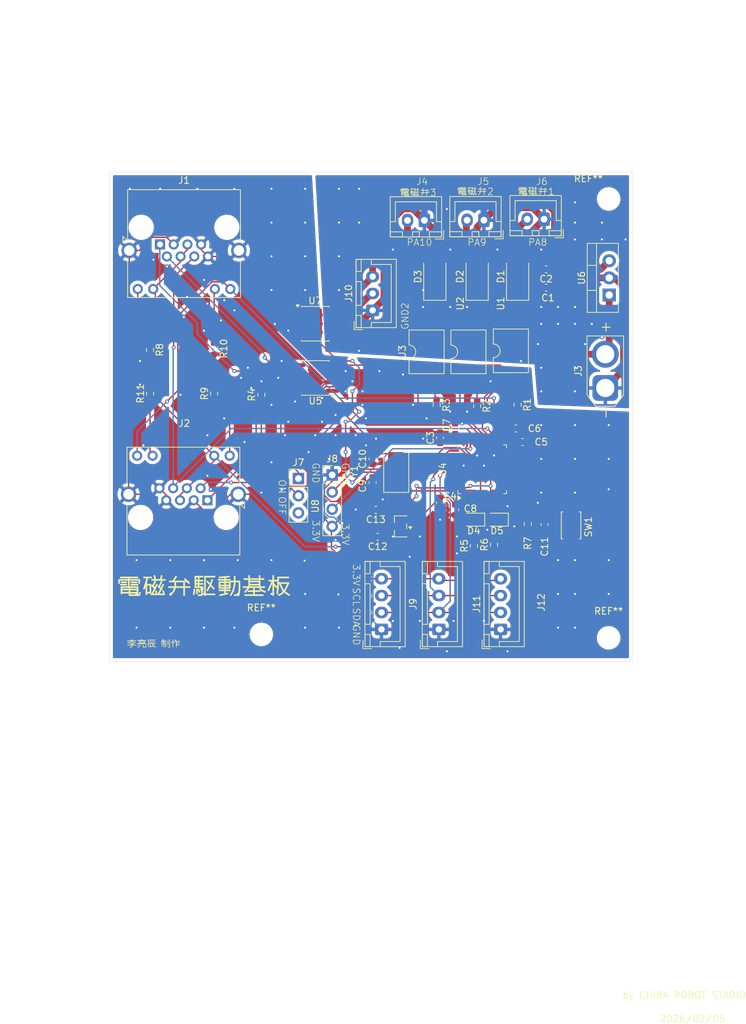
<source format=kicad_pcb>
(kicad_pcb (version 20241229) (generator "pcbnew") (generator_version "9.0")
  (layers (0 "F.Cu" signal) (2 "B.Cu" signal) (13 "F.Paste" user) (15 "B.Paste" user) (5 "F.SilkS" user "F.Silkscreen") (7 "B.SilkS" user "B.Silkscreen") (1 "F.Mask" user) (3 "B.Mask" user) (25 "Edge.Cuts" user))
  (net 0 "")
  (net 1 "GND2")
  (net 2 "5V_for_Neopixel")
  (net 3 "+3.3V")
  (net 4 "GND")
  (net 5 "Net-(U4-PD0)")
  (net 6 "Net-(U4-PD1)")
  (net 7 "Net-(U4-NRST)")
  (net 8 "+5V")
  (net 9 "Net-(D1-K)")
  (net 10 "Net-(D2-K)")
  (net 11 "Net-(D3-K)")
  (net 12 "Net-(D4-K)")
  (net 13 "Net-(D4-A)")
  (net 14 "Net-(D5-A)")
  (net 15 "Net-(D5-K)")
  (net 16 "EMS")
  (net 17 "Net-(J1-Pad11)")
  (net 18 "CAN_LED")
  (net 19 "Net-(J7-Pin_2)")
  (net 20 "Net-(J1-Pad9)")
  (net 21 "Net-(U5-CANH)")
  (net 22 "Net-(J2-Pad11)")
  (net 23 "Net-(J2-Pad9)")
  (net 24 "Net-(J3-Pin_2)")
  (net 26 "Net-(J7-Pin_1)")
  (net 27 "Net-(J8-Pin_2)")
  (net 28 "Net-(J8-Pin_3)")
  (net 29 "Net-(J11-Pin_3)")
  (net 30 "Net-(J11-Pin_2)")
  (net 31 "Neopixel_data")
  (net 32 "Net-(R1-Pad1)")
  (net 33 "Net-(R2-Pad1)")
  (net 34 "Net-(R3-Pad1)")
  (net 35 "Net-(U4-PA8)")
  (net 36 "Net-(U4-PA9)")
  (net 37 "Net-(U4-PA10)")
  (net 46 "unconnected-(U4-PB11-Pad22)")
  (net 51 "Net-(U4-PA12)")
  (net 54 "Net-(U4-PB5)")
  (net 60 "Net-(U4-PA11)")
  (footprint "Resistor_SMD:R_0603_1608Metric" (layer "F.Cu") (at 132 100.325 90)
    (property "Reference" "R11")
    (property "Value" "1k")
  )
  (footprint "Resistor_SMD:R_0603_1608Metric" (layer "F.Cu") (at 132 93.85 -90)
    (property "Reference" "R8")
    (property "Value" "1k")
  )
  (footprint "MountingHole:MountingHole_3mm" (layer "F.Cu") (at 200 136.5)
    (property "Reference" "REF**")
    (property "Value" "MountingHole_3mm")
  )
  (footprint "Resistor_SMD:R_0603_1608Metric" (layer "F.Cu") (at 188.005 119.675 -90)
    (property "Reference" "R7")
    (property "Value" "10k")
  )
  (footprint "Connector_RJ:RJ45_Amphenol_RJHSE538X" (layer "F.Cu") (at 133.475 78.24)
    (property "Reference" "J1")
    (property "Value" "RJ45_LED_Shielded")
  )
  (footprint "Connector_JST:JST_XH_B4B-XH-A_1x04_P2.50mm_Vertical" (layer "F.Cu") (at 183.975 135.25 90)
    (property "Reference" "J11")
    (property "Value" "Conn_01x04_Socket")
  )
  (footprint "LED_SMD:LED_0805_2012Metric" (layer "F.Cu") (at 183.4375 119 180)
    (property "Reference" "D5")
    (property "Value" "Yellow")
  )
  (footprint "Diode_SMD:D_SMA" (layer "F.Cu") (at 186.5 83 90)
    (property "Reference" "D1")
    (property "Value" "SS14")
  )
  (footprint "Resistor_SMD:R_0603_1608Metric" (layer "F.Cu") (at 180.5 102.175 -90)
    (property "Reference" "R2")
    (property "Value" "220")
  )
  (footprint "Capacitor_SMD:C_0603_1608Metric" (layer "F.Cu") (at 190.505 119.725 -90)
    (property "Reference" "C11")
    (property "Value" "100n")
  )
  (footprint "Connector_RJ:RJ45_Amphenol_RJHSE538X" (layer "F.Cu") (at 140.501 116.13 180)
    (property "Reference" "J2")
    (property "Value" "RJ45_LED_Shielded")
  )
  (footprint "Library:SW_TS-1088-AR02016" (layer "F.Cu") (at 194.425 119.85 -90)
    (property "Reference" "SW1")
    (property "Value" "SW_Push")
  )
  (footprint "Connector_JST:JST_XH_B3B-XH-A_1x03_P2.50mm_Vertical" (layer "F.Cu") (at 165 88 90)
    (property "Reference" "J10")
    (property "Value" "Conn_01x03_Socket" (hide yes))
  )
  (footprint "Resistor_SMD:R_0603_1608Metric" (layer "F.Cu") (at 141.5 100.325 90)
    (property "Reference" "R9")
    (property "Value" "1k")
  )
  (footprint "Connector_PinHeader_2.54mm:PinHeader_1x04_P2.54mm_Vertical" (layer "F.Cu") (at 159 112.38)
    (property "Reference" "J8")
    (property "Value" "Conn_01x04_Pin")
  )
  (footprint "Capacitor_SMD:C_0603_1608Metric" (layer "F.Cu") (at 190.725 84.65 180)
    (property "Reference" "C1")
    (property "Value" "1u")
  )
  (footprint "Package_SO:SOIC-8_3.9x4.9mm_P1.27mm" (layer "F.Cu") (at 156.48 89.9825)
    (property "Reference" "U7")
    (property "Value" "ADuM1201AR")
  )
  (footprint "MountingHole:MountingHole_3mm" (layer "F.Cu") (at 148.5 136)
    (property "Reference" "REF**")
    (property "Value" "MountingHole_3mm")
  )
  (footprint "Capacitor_SMD:C_0603_1608Metric" (layer "F.Cu") (at 165 110 -90)
    (property "Reference" "C10")
    (property "Value" "22p")
  )
  (footprint "Capacitor_SMD:C_0603_1608Metric" (layer "F.Cu") (at 177.25 105.541176 90)
    (property "Reference" "C7")
    (property "Value" "4.7u")
  )
  (footprint "Crystal:Crystal_SMD_5032-2Pin_5.0x3.2mm" (layer "F.Cu") (at 168.5 111.85 90)
    (property "Reference" "Y1")
    (property "Value" "Crystal")
  )
  (footprint "Package_DIP:SMDIP-4_W9.53mm" (layer "F.Cu") (at 179.21 94.15 90)
    (property "Reference" "U2")
    (property "Value" "LTV-817S")
  )
  (footprint "Diode_SMD:D_SMA" (layer "F.Cu") (at 180.5 83.00174 90)
    (property "Reference" "D2")
    (property "Value" "SS14")
  )
  (footprint "Capacitor_SMD:C_0603_1608Metric" (layer "F.Cu") (at 187.225 107.5)
    (property "Reference" "C5")
    (property "Value" "100n")
  )
  (footprint "Package_SO:SOIC-8_3.9x4.9mm_P1.27mm" (layer "F.Cu") (at 156.52 98.0175 180)
    (property "Reference" "U5")
    (property "Value" "SN65HVD230")
  )
  (footprint "Package_TO_SOT_THT:TO-220-3_Vertical" (layer "F.Cu") (at 200.08 85.73 90)
    (property "Reference" "U6")
    (property "Value" "LM7805_TO220")
  )
  (footprint "LED_SMD:LED_0805_2012Metric" (layer "F.Cu") (at 179.9375 119 180)
    (property "Reference" "D4")
    (property "Value" "Green")
  )
  (footprint "Package_DIP:SMDIP-4_W9.53mm" (layer "F.Cu") (at 185.5 94 90)
    (property "Reference" "U1")
    (property "Value" "LTV-817S")
  )
  (footprint "Capacitor_SMD:C_0603_1608Metric" (layer "F.Cu") (at 177.25 117.541176 -90)
    (property "Reference" "C8")
    (property "Value" "100n" (hide yes))
  )
  (footprint "Connector_PinHeader_2.54mm:PinHeader_1x03_P2.54mm_Vertical" (layer "F.Cu") (at 154 112.92)
    (property "Reference" "J7")
    (property "Value" "Conn_01x03_Pin")
  )
  (footprint "Resistor_SMD:R_0603_1608Metric" (layer "F.Cu") (at 183 122.703676 90)
    (property "Reference" "R6")
    (property "Value" "1k")
  )
  (footprint "Capacitor_SMD:C_0603_1608Metric" (layer "F.Cu") (at 165.475 117.55 180)
    (property "Reference" "C13")
    (property "Value" "1u")
  )
  (footprint "Diode_SMD:D_SMA" (layer "F.Cu") (at 174.22134 83.00174 90)
    (property "Reference" "D3")
    (property "Value" "SS14")
  )
  (footprint "Resistor_SMD:R_0603_1608Metric" (layer "F.Cu") (at 148.5 100.5 90)
    (property "Reference" "R4")
    (property "Value" "120")
  )
  (footprint "Capacitor_SMD:C_0603_1608Metric" (layer "F.Cu") (at 175 116.5 -90)
    (property "Reference" "C4")
    (property "Value" "100n")
  )
  (footprint "Connector_JST:JST_XH_B2B-XH-A_1x02_P2.50mm_Vertical" (layer "F.Cu") (at 181.5 74.65 180)
    (property "Reference" "J5" (hide yes))
    (property "Value" "Conn_01x02_Socket")
  )
  (footprint "MountingHole:MountingHole_3mm" (layer "F.Cu") (at 200 71.5)
    (property "Reference" "REF**")
    (property "Value" "MountingHole_3mm")
  )
  (footprint "Capacitor_SMD:C_0603_1608Metric" (layer "F.Cu") (at 165 113.5 -90)
    (property "Reference" "C9")
    (property "Value" "22p")
  )
  (footprint "Capacitor_SMD:C_0603_1608Metric" (layer "F.Cu") (at 175 106.878676 90)
    (property "Reference" "C3")
    (property "Value" "100n")
  )
  (footprint "Capacitor_SMD:C_0603_1608Metric" (layer "F.Cu") (at 165.75 121.55 180)
    (property "Reference" "C12")
    (property "Value" "1u")
  )
  (footprint "Resistor_SMD:R_0603_1608Metric" (layer "F.Cu") (at 174.5 102.025 -90)
    (property "Reference" "R3")
    (property "Value" "220")
  )
  (footprint "Connector_JST:JST_XH_B4B-XH-A_1x04_P2.50mm_Vertical" (layer "F.Cu") (at 166.32 135.25 90)
    (property "Reference" "J9")
    (property "Value" "Conn_01x04_Socket")
  )
  (footprint "Connector_JST:JST_XH_B2B-XH-A_1x02_P2.50mm_Vertical" (layer "F.Cu") (at 172.67 74.675 180)
    (property "Reference" "J4" (hide yes))
    (property "Value" "Conn_01x02_Socket")
  )
  (footprint "Resistor_SMD:R_0603_1608Metric" (layer "F.Cu") (at 141.5 93.675 -90)
    (property "Reference" "R10")
    (property "Value" "1k")
  )
  (footprint "Connector_AMASS:AMASS_XT30U-F_1x02_P5.0mm_Vertical" (layer "F.Cu") (at 199.5 99.5 90)
    (property "Reference" "J3")
    (property "Value" "Conn_01x02_Pin")
  )
  (footprint "Resistor_SMD:R_0603_1608Metric" (layer "F.Cu") (at 180.02 122.878676 90)
    (property "Reference" "R5")
    (property "Value" "1k")
  )
  (footprint "Capacitor_SMD:C_0603_1608Metric" (layer "F.Cu") (at 186.225 105.5)
    (property "Reference" "C6")
    (property "Value" "100n")
  )
  (footprint "Package_TO_SOT_SMD:SOT-23-3" (layer "F.Cu") (at 169.1375 120 180)
    (property "Reference" "U8")
    (property "Value" "XC6206PxxxMR")
  )
  (footprint "Resistor_SMD:R_0603_1608Metric" (layer "F.Cu") (at 186.5 101.975 -90)
    (property "Reference" "R1")
    (property "Value" "220")
  )
  (footprint "Connector_JST:JST_XH_B4B-XH-A_1x04_P2.50mm_Vertical" (layer "F.Cu") (at 174.82 135.25 90)
    (property "Reference" "J12")
    (property "Value" "Conn_01x04_Socket")
  )
  (footprint "Package_QFP:LQFP-48_7x7mm_P0.5mm" (layer "F.Cu") (at 181.25 111.541176 90)
    (property "Reference" "U4")
    (property "Value" "STM32F103C8Tx")
  )
  (footprint "Connector_JST:JST_XH_B2B-XH-A_1x02_P2.50mm_Vertical" (layer "F.Cu") (at 190.42 74.5 180)
    (property "Reference" "J6" (hide yes))
    (property "Value" "Conn_01x02_Socket")
  )
  (footprint "Package_DIP:SMDIP-4_W9.53mm" (layer "F.Cu") (at 173 94.15 90)
    (property "Reference" "U3")
    (property "Value" "LTV-817S")
  )
  (footprint "Capacitor_SMD:C_0603_1608Metric" (layer "F.Cu") (at 190.725 81.925 180)
    (property "Reference" "C2")
    (property "Value" "2.2u")
  )
  (gr_rect (start 126 67.5) (end 203.5 140) (stroke (width 0.05)) (fill no) (layer "Edge.Cuts"))
  (gr_text "3.3V" (at 162 125.5 270) (layer "F.SilkS") (effects (font (size 1 1) (thickness 0.1)) (justify left bottom)))
  (gr_text "制作\n" (at 133.5 138 0) (layer "F.SilkS") (effects (font (size 1 1) (thickness 0.1)) (justify left bottom)))
  (gr_text "GND" (at 160.38 110.5 270) (layer "F.SilkS") (effects (font (size 1 1) (thickness 0.1)) (justify left bottom)))
  (gr_text "OFF" (at 151 115.5 270) (layer "F.SilkS") (effects (font (size 1 1) (thickness 0.1)) (justify left bottom)))
  (gr_text "3.3V" (at 156 119 270) (layer "F.SilkS") (effects (font (size 1 1) (thickness 0.1)) (justify left bottom)))
  (gr_text "J4" (at 171.42 69.5 0) (layer "F.SilkS") (effects (font (size 1 1) (thickness 0.1)) (justify left bottom)))
  (gr_text "by CHIBA ROBOT STADIO" (at 202 190 0) (layer "F.SilkS") (effects (font (size 1 1) (thickness 0.1)) (justify left bottom)))
  (gr_text "J6" (at 189.17 69.5 0) (layer "F.SilkS") (effects (font (size 1 1) (thickness 0.1)) (justify left bottom)))
  (gr_text "李亮辰" (at 128.5 138 0) (layer "F.SilkS") (effects (font (size 1 1) (thickness 0.1)) (justify left bottom)))
  (gr_text "PA10" (at 170 78.5 0) (layer "F.SilkS") (effects (font (size 1 1) (thickness 0.1)) (justify left bottom)))
  (gr_text "GND" (at 156 110.5 270) (layer "F.SilkS") (effects (font (size 1 1) (thickness 0.1)) (justify left bottom)))
  (gr_text "電磁弁3\n" (at 169 71.165 0) (layer "F.SilkS") (effects (font (size 1 1) (thickness 0.1)) (justify left bottom)))
  (gr_text "SCL" (at 162 129 270) (layer "F.SilkS") (effects (font (size 1 1) (thickness 0.1)) (justify left bottom)))
  (gr_text "電磁弁1\n" (at 186.5 70.99 0) (layer "F.SilkS") (effects (font (size 1 1) (thickness 0.1)) (justify left bottom)))
  (gr_text "PA8" (at 188 78.5 0) (layer "F.SilkS") (effects (font (size 1 1) (thickness 0.1)) (justify left bottom)))
  (gr_text "電磁弁2\n" (at 177.5 71 0) (layer "F.SilkS") (effects (font (size 1 1) (thickness 0.1)) (justify left bottom)))
  (gr_text "2026/02/05" (at 207.5 193.5 0) (layer "F.SilkS") (effects (font (size 1 1) (thickness 0.1)) (justify left bottom)))
  (gr_text "3.3V" (at 160.38 119.5 270) (layer "F.SilkS") (effects (font (size 1 1) (thickness 0.1)) (justify left bottom)))
  (gr_text "PA9" (at 179 78.5 0) (layer "F.SilkS") (effects (font (size 1 1) (thickness 0.1)) (justify left bottom)))
  (gr_text "電磁弁駆動基板" (at 127 130.5 0) (layer "F.SilkS") (effects (font (size 2.5 2.5) (thickness 0.25)) (justify left bottom)))
  (gr_text "ON" (at 151 113 270) (layer "F.SilkS") (effects (font (size 1 1) (thickness 0.1)) (justify left bottom)))
  (gr_text "GND" (at 162 134.5 270) (layer "F.SilkS") (effects (font (size 1 1) (thickness 0.1)) (justify left bottom)))
  (gr_text "J5" (at 180.5 69.5 0) (layer "F.SilkS") (effects (font (size 1 1) (thickness 0.1)) (justify left bottom)))
  (gr_text "SDA" (at 162 132 270) (layer "F.SilkS") (effects (font (size 1 1) (thickness 0.1)) (justify left bottom)))
  (gr_text "GND2" (at 170.4 90.915 90) (layer "F.SilkS") (effects (font (size 1 1) (thickness 0.1)) (justify left bottom)))
  (segment (start 165 88) (end 161.1125 91.8875) (width 1) (layer "F.Cu") (net 1))
  (segment (start 195.419 85.851) (end 198.08 83.19) (width 1) (layer "F.Cu") (net 1))
  (segment (start 186.5 81) (end 189.025 81) (width 1) (layer "F.Cu") (net 1))
  (segment (start 170.969 72.974) (end 169.527555 72.974) (width 1) (layer "F.Cu") (net 1))
  (segment (start 186.5 78.42) (end 190.42 74.5) (width 1) (layer "F.Cu") (net 1))
  (segment (start 202.201 96.799) (end 199.5 99.5) (width 1) (layer "F.Cu") (net 1))
  (segment (start 161.1125 91.8875) (end 158.955 91.8875) (width 1) (layer "F.Cu") (net 1))
  (segment (start 181.5 74.65) (end 183.351 72.799) (width 1) (layer "F.Cu") (net 1))
  (segment (start 183.351 72.799) (end 188.719 72.799) (width 1) (layer "F.Cu") (net 1))
  (segment (start 188.719 72.799) (end 190.42 74.5) (width 1) (layer "F.Cu") (net 1))
  (segment (start 189.025 81) (end 189.95 81.925) (width 1) (layer "F.Cu") (net 1))
  (segment (start 169.527555 72.974) (end 166.676 75.825555) (width 1) (layer "F.Cu") (net 1))
  (segment (start 190.676 85.851) (end 195.419 85.851) (width 1) (layer "F.Cu") (net 1))
  (segment (start 198.08 83.19) (end 200.08 83.19) (width 1) (layer "F.Cu") (net 1))
  (segment (start 186.5 81) (end 187 81) (width 0.2) (layer "F.Cu") (net 1))
  (segment (start 186.5 81) (end 186.5 78.42) (width 1) (layer "F.Cu") (net 1))
  (segment (start 180.5 81.00174) (end 180.5 75.65) (width 1) (layer "F.Cu") (net 1))
  (segment (start 180.5 75.65) (end 181.5 74.65) (width 1) (layer "F.Cu") (net 1))
  (segment (start 174.22134 81.00174) (end 174.22134 76.22634) (width 1) (layer "F.Cu") (net 1))
  (segment (start 202.201 84.4965) (end 202.201 96.799) (width 1) (layer "F.Cu") (net 1))
  (segment (start 166.676 75.825555) (end 166.676 86.324) (width 1) (layer "F.Cu") (net 1))
  (segment (start 200.8945 83.19) (end 202.201 84.4965) (width 1) (layer "F.Cu") (net 1))
  (segment (start 189.95 85.125) (end 190.676 85.851) (width 1) (layer "F.Cu") (net 1))
  (segment (start 174.22134 76.22634) (end 172.67 74.675) (width 1) (layer "F.Cu") (net 1))
  (segment (start 172.67 74.675) (end 170.969 72.974) (width 1) (layer "F.Cu") (net 1))
  (segment (start 189.95 81.925) (end 189.95 84.65) (width 1) (layer "F.Cu") (net 1))
  (segment (start 200.08 83.19) (end 200.8945 83.19) (width 1) (layer "F.Cu") (net 1))
  (segment (start 189.95 84.65) (end 189.95 85.125) (width 1) (layer "F.Cu") (net 1))
  (segment (start 166.676 86.324) (end 165 88) (width 1) (layer "F.Cu") (net 1))
  (via (at 195 87.5) (size 0.6) (drill 0.3) (layers "F.Cu" "B.Cu") (net 1))
  (via (at 195 90) (size 0.6) (drill 0.3) (layers "F.Cu" "B.Cu") (net 1))
  (via (at 189.5 93) (size 0.6) (drill 0.3) (layers "F.Cu" "B.Cu") (net 1))
  (via (at 187 95.5) (size 0.6) (drill 0.3) (layers "F.Cu" "B.Cu") (net 1))
  (via (at 160 80) (size 0.6) (drill 0.3) (layers "F.Cu" "B.Cu") (net 1))
  (via (at 172.5 85) (size 0.6) (drill 0.3) (layers "F.Cu" "B.Cu") (net 1))
  (via (at 199 75) (size 0.6) (drill 0.3) (layers "F.Cu" "B.Cu") (net 1))
  (via (at 192.5 87.5) (size 0.6) (drill 0.3) (layers "F.Cu" "B.Cu") (net 1))
  (via (at 202.5 77.5) (size 0.6) (drill 0.3) (layers "F.Cu" "B.Cu") (net 1))
  (via (at 195 72) (size 0.6) (drill 0.3) (layers "F.Cu" "B.Cu") (net 1))
  (via (at 195 96.5) (size 0.6) (drill 0.3) (layers "F.Cu" "B.Cu") (net 1))
  (via (at 195 75) (size 0.6) (drill 0.3) (layers "F.Cu" "B.Cu") (net 1))
  (via (at 190 79) (size 0.6) (drill 0.3) (layers "F.Cu" "B.Cu") (net 1))
  (via (at 195 77.5) (size 0.6) (drill 0.3) (layers "F.Cu" "B.Cu") (net 1))
  (via (at 190 96.5) (size 0.6) (drill 0.3) (layers "F.Cu" "B.Cu") (net 1))
  (via (at 163 70) (size 0.6) (drill 0.3) (layers "F.Cu" "B.Cu") (net 1))
  (via (at 172.5 87.5) (size 0.6) (drill 0.3) (layers "F.Cu" "B.Cu") (net 1))
  (via (at 176.5 79) (size 0.6) (drill 0.3) (layers "F.Cu" "B.Cu") (net 1))
  (via (at 168 79) (size 0.6) (drill 0.3) (layers "F.Cu" "B.Cu") (net 1))
  (via (at 197.5 90) (size 0.6) (drill 0.3) (layers "F.Cu" "B.Cu") (net 1))
  (via (at 160 75) (size 0.6) (drill 0.3) (layers "F.Cu" "B.Cu") (net 1))
  (via (at 190 87.5) (size 0.6) (drill 0.3) (layers "F.Cu" "B.Cu") (net 1))
  (via (at 199 77.5) (size 0.6) (drill 0.3) (layers "F.Cu" "B.Cu") (net 1))
  (via (at 163 94) (size 0.6) (drill 0.3) (layers "F.Cu" "B.Cu") (net 1))
  (via (at 160 70) (size 0.6) (drill 0.3) (layers "F.Cu" "B.Cu") (net 1))
  (via (at 176.5 87.5) (size 0.6) (drill 0.3) (layers "F.Cu" "B.Cu") (net 1))
  (via (at 196.5 93) (size 0.6) (drill 0.3) (layers "F.Cu" "B.Cu") (net 1))
  (via (at 163 75) (size 0.6) (drill 0.3) (layers "F.Cu" "B.Cu") (net 1))
  (via (at 190 90) (size 0.6) (drill 0.3) (layers "F.Cu" "B.Cu") (net 1))
  (via (at 160 85) (size 0.6) (drill 0.3) (layers "F.Cu" "B.Cu") (net 1))
  (via (at 192.5 90) (size 0.6) (drill 0.3) (layers "F.Cu" "B.Cu") (net 1))
  (via (at 176 73) (size 0.6) (drill 0.3) (layers "F.Cu" "B.Cu") (net 1))
  (via (at 190 100) (size 0.6) (drill 0.3) (layers "F.Cu" "B.Cu") (net 1))
  (via (at 199 92) (size 0.6) (drill 0.3) (layers "F.Cu" "B.Cu") (net 1))
  (via (at 195 100) (size 0.6) (drill 0.3) (layers "F.Cu" "B.Cu") (net 1))
  (via (at 183.5 79) (size 0.6) (drill 0.3) (layers "F.Cu" "B.Cu") (net 1))
  (via (at 179 87.5) (size 0.6) (drill 0.3) (layers "F.Cu" "B.Cu") (net 1))
  (segment (start 181.5 73) (end 181.5 74.65) (width 1) (layer "B.Cu") (net 1))
  (segment (start 179.5 71) (end 181.5 73) (width 1) (layer "B.Cu") (net 1))
  (segment (start 172.67 74.675) (end 172.67 72.83) (width 1) (layer "B.Cu") (net 1))
  (segment (start 172.67 72.83) (end 174.5 71) (width 1) (layer "B.Cu") (net 1))
  (segment (start 174.5 71) (end 179.5 71) (width 1) (layer "B.Cu") (net 1))
  (segment (start 165 75.803085) (end 169.205085 71.598) (width 1) (layer "F.Cu") (net 2))
  (segment (start 190.219844 71.598) (end 191.971 73.349156) (width 1) (layer "F.Cu") (net 2))
  (segment (start 191.971 73.349156) (end 191.971 81.454) (width 1) (layer "F.Cu") (net 2))
  (segment (start 165 83) (end 165 75.803085) (width 1) (layer "F.Cu") (net 2))
  (segment (start 158.955 88.0775) (end 159.9225 88.0775) (width 1) (layer "F.Cu") (net 2))
  (segment (start 191.5 81.925) (end 198.805 81.925) (width 1) (layer "F.Cu") (net 2))
  (segment (start 169.205085 71.598) (end 190.219844 71.598) (width 1) (layer "F.Cu") (net 2))
  (segment (start 159.9225 88.0775) (end 165 83) (width 1) (layer "F.Cu") (net 2))
  (segment (start 191.5 81.925) (end 191.5 84.65) (width 1) (layer "F.Cu") (net 2))
  (segment (start 198.805 81.925) (end 200.08 80.65) (width 1) (layer "F.Cu") (net 2))
  (segment (start 191.971 81.454) (end 191.5 81.925) (width 1) (layer "F.Cu") (net 2))
  (segment (start 170.275 116.725) (end 171.5 115.5) (width 0.2) (layer "F.Cu") (net 3))
  (segment (start 186.45 107.753676) (end 185.4125 108.791176) (width 0.2) (layer "F.Cu") (net 3))
  (segment (start 157.979032 99.3215) (end 157.719 99.581532) (width 0.2) (layer "F.Cu") (net 3))
  (segment (start 175 115.725) (end 171.2385 119.4865) (width 0.2) (layer "F.Cu") (net 3))
  (segment (start 177.4375 106.316176) (end 178.5 107.378676) (width 0.2) (layer "F.Cu") (net 3))
  (segment (start 185.45 105.5) (end 185.45 106.5) (width 0.2) (layer "F.Cu") (net 3))
  (segment (start 177.4375 116.766176) (end 178.5 115.703676) (width 0.2) (layer "F.Cu") (net 3))
  (segment (start 188.005 118.437352) (end 184.232824 114.665176) (width 0.2) (layer "F.Cu") (net 3))
  (segment (start 160.010968 99.3215) (end 157.979032 99.3215) (width 0.2) (layer "F.Cu") (net 3))
  (segment (start 153.030001 88.0775) (end 154.005 88.0775) (width 0.2) (layer "F.Cu") (net 3))
  (segment (start 160.271 99.061468) (end 160.010968 99.3215) (width 0.2) (layer "F.Cu") (net 3))
  (segment (start 184 128) (end 175.07 128) (width 0.2) (layer "F.Cu") (net 3))
  (segment (start 159 120) (end 157.448 118.448) (width 0.2) (layer "F.Cu") (net 3))
  (segment (start 165.474 116.774) (end 162.226 116.774) (width 0.2) (layer "F.Cu") (net 3))
  (segment (start 168.775 117.55) (end 170.275 119.05) (width 0.2) (layer "F.Cu") (net 3))
  (segment (start 175.9125 107.653676) (end 177.25 106.316176) (width 0.2) (layer "F.Cu") (net 3))
  (segment (start 175 115.725) (end 176.208824 115.725) (width 0.2) (layer "F.Cu") (net 3))
  (segment (start 170.275 119.05) (end 170.275 116.725) (width 0.2) (layer "F.Cu") (net 3))
  (segment (start 166.25 117.55) (end 165.474 116.774) (width 0.2) (layer "F.Cu") (net 3))
  (segment (start 185.45 106.5) (end 186.45 107.5) (width 0.2) (layer "F.Cu") (net 3))
  (segment (start 159.969999 97.3825) (end 160.271 97.683501) (width 0.2) (layer "F.Cu") (net 3))
  (segment (start 177.1365 114.242176) (end 177.0875 114.291176) (width 0.2) (layer "F.Cu") (net 3))
  (segment (start 186.45 107.5) (end 186.45 107.753676) (width 0.2) (layer "F.Cu") (net 3))
  (segment (start 162.226 116.774) (end 159 120) (width 0.2) (layer "F.Cu") (net 3))
  (segment (start 177.25 116.766176) (end 177.4375 116.766176) (width 0.2) (layer "F.Cu") (net 3))
  (segment (start 175 107.653676) (end 175.9125 107.653676) (width 0.2) (layer "F.Cu") (net 3))
  (segment (start 184.641176 108.791176) (end 182.5 110.932352) (width 0.2) (layer "F.Cu") (net 3))
  (segment (start 171.791176 114.291176) (end 177.0875 114.291176) (width 0.2) (layer "F.Cu") (net 3))
  (segment (start 179.5 114) (end 179.257824 114.242176) (width 0.2) (layer "F.Cu") (net 3))
  (segment (start 182.5 114.932352) (end 182.5 115.703676) (width 0.2) (layer "F.Cu") (net 3))
  (segment (start 175.07 128) (end 174.82 127.75) (width 0.2) (layer "F.Cu") (net 3))
  (segment (start 171.2385 119.4865) (end 171.2385 120.0135) (width 0.2) (layer "F.Cu") (net 3))
  (segment (start 158.899 120.101) (end 159 120) (width 0.2) (layer "F.Cu") (net 3))
  (segment (start 158.995 97.3825) (end 159.969999 97.3825) (width 0.2) (layer "F.Cu") (net 3))
  (segment (start 160.727766 103.272234) (end 165.109208 107.653676) (width 0.2) (layer "F.Cu") (net 3))
  (segment (start 166.25 117.55) (end 168.775 117.55) (width 0.2) (layer "F.Cu") (net 3))
  (segment (start 170.275 119.05) (end 171.2385 120.0135) (width 0.2) (layer "F.Cu") (net 3))
  (segment (start 157.719 100.263468) (end 160.727766 103.272234) (width 0.2) (layer "F.Cu") (net 3))
  (segment (start 182.5 110.932352) (end 182.5 114) (width 0.2) (layer "F.Cu") (net 3))
  (segment (start 177.25 106.316176) (end 177.4375 106.316176) (width 0.2) (layer "F.Cu") (net 3))
  (segment (start 158.995 97.3825) (end 157.8825 97.3825) (width 0.2) (layer "F.Cu") (net 3))
  (segment (start 174.82 127.75) (end 166.32 127.75) (width 0.2) (layer "F.Cu") (net 3))
  (segment (start 179.257824 114.242176) (end 177.1365 114.242176) (width 0.2) (layer "F.Cu") (net 3))
  (segment (start 158.899 123.248943) (end 158.899 120.101) (width 0.2) (layer "F.Cu") (net 3))
  (segment (start 163.400057 127.75) (end 158.899 123.248943) (width 0.2) (layer "F.Cu") (net 3))
  (segment (start 188.005 118.85) (end 188.005 118.437352) (width 0.2) (layer "F.Cu") (net 3))
  (segment (start 151.5 89.607501) (end 153.030001 88.0775) (width 0.2) (layer "F.Cu") (net 3))
  (segment (start 166.32 127.75) (end 163.400057 127.75) (width 0.2) (layer "F.Cu") (net 3))
  (segment (start 171.5 114) (end 171.791176 114.291176) (width 0.2) (layer "F.Cu") (net 3))
  (segment (start 157.448 106.552) (end 160.727766 103.272234) (width 0.2) (layer "F.Cu") (net 3))
  (segment (start 151.5 91) (end 151.5 89.607501) (width 0.2) (layer "F.Cu") (net 3))
  (segment (start 160.271 97.683501) (end 160.271 99.061468) (width 0.2) (layer "F.Cu") (net 3))
  (segment (start 157.8825 97.3825) (end 151.5 91) (width 0.2) (layer "F.Cu") (net 3))
  (segment (start 185.4125 108.791176) (end 184.641176 108.791176) (width 0.2) (layer "F.Cu") (net 3))
  (segment (start 182.767176 114.665176) (end 182.5 114.932352) (width 0.2) (layer "F.Cu") (net 3))
  (segment (start 157.719 99.581532) (end 157.719 100.263468) (width 0.2) (layer "F.Cu") (net 3))
  (segment (start 165.109208 107.653676) (end 175 107.653676) (width 0.2) (layer "F.Cu") (net 3))
  (segment (start 184.232824 114.665176) (end 182.767176 114.665176) (width 0.2) (layer "F.Cu") (net 3))
  (segment (start 182.5 114) (end 182.5 115.703676) (width 0.2) (layer "F.Cu") (net 3))
  (segment (start 176.208824 115.725) (end 177.25 116.766176) (width 0.2) (layer "F.Cu") (net 3))
  (segment (start 157.448 118.448) (end 157.448 106.552) (width 0.2) (layer "F.Cu") (net 3))
  (via (at 182.5 114) (size 0.6) (drill 0.3) (layers "F.Cu" "B.Cu") (net 3))
  (via (at 171.5 114) (size 0.6) (drill 0.3) (layers "F.Cu" "B.Cu") (net 3))
  (via (at 171.5 115.5) (size 0.6) (drill 0.3) (layers "F.Cu" "B.Cu") (net 3))
  (via (at 179.5 114) (size 0.6) (drill 0.3) (layers "F.Cu" "B.Cu") (net 3))
  (segment (start 182.5 114) (end 179.5 114) (width 0.2) (layer "B.Cu") (net 3))
  (segment (start 171.5 115.5) (end 171.5 114) (width 0.2) (layer "B.Cu") (net 3))
  (segment (start 161.51724 110.775) (end 157.849 114.44324) (width 0.2) (layer "F.Cu") (net 4))
  (segment (start 177.858824 112.291176) (end 178.5 111.65) (width 0.2) (layer "F.Cu") (net 4))
  (segment (start 175 117.275) (end 171.325 120.95) (width 0.2) (layer "F.Cu") (net 4))
  (segment (start 186.208824 109.291176) (end 188 107.5) (width 0.2) (layer "F.Cu") (net 4))
  (segment (start 135.775 117.5) (end 137.099 117.5) (width 0.2) (layer "F.Cu") (net 4))
  (segment (start 179 103) (end 180.5 103) (width 0.2) (layer "F.Cu") (net 4))
  (segment (start 179.567374 109.432626) (end 179.634748 109.5) (width 0.2) (layer "F.Cu") (net 4))
  (segment (start 150.5 90.950532) (end 150.5 90) (width 0.2) (layer "F.Cu") (net 4))
  (segment (start 189.5 112.5) (end 189.5 116.5) (width 0.2) (layer "F.Cu") (net 4))
  (segment (start 168.325 119) (end 167.525 119) (width 0.2) (layer "F.Cu") (net 4))
  (segment (start 164.975 117.825) (end 164.7 117.55) (width 0.2) (layer "F.Cu") (net 4))
  (segment (start 187 103.3) (end 186.5 102.8) (width 0.2) (layer "F.Cu") (net 4))
  (segment (start 150.524734 90.975266) (end 150.5 90.950532) (width 0.2) (layer "F.Cu") (net 4))
  (segment (start 182 115.703676) (end 182 116.475) (width 0.2) (layer "F.Cu") (net 4))
  (segment (start 140.190514 117.851514) (end 141.315 117.851514) (width 0.2) (layer "F.Cu") (net 4))
  (segment (start 179 108.150057) (end 178.817374 108.332683) (width 0.2) (layer "F.Cu") (net 4))
  (segment (start 144.275 80.02) (end 145.165 79.13) (width 0.2) (layer "F.Cu") (net 4))
  (segment (start 138.469 116.13) (end 140.190514 117.851514) (width 0.2) (layer "F.Cu") (net 4))
  (segment (start 177.25 118.316176) (end 176.041176 118.316176) (width 0.2) (layer "F.Cu") (net 4))
  (segment (start 179.531936 124.404676) (end 179.244 124.11674) (width 0.2) (layer "F.Cu") (net 4))
  (segment (start 172.5 107) (end 173.396324 106.103676) (width 0.2) (layer "F.Cu") (net 4))
  (segment (start 194.998324 123.528676) (end 183 123.528676) (width 0.2) (layer "F.Cu") (net 4))
  (segment (start 148 115) (end 147.76 115.24) (width 0.2) (layer "F.Cu") (net 4))
  (segment (start 185.4125 109.291176) (end 186.208824 109.291176) (width 0.2) (layer "F.Cu") (net 4))
  (segment (start 177.0875 113.791176) (end 176.316176 113.791176) (width 0.2) (layer "F.Cu") (net 4))
  (segment (start 158.995 98.6525) (end 158.5854 98.6525) (width 0.2) (layer "F.Cu") (net 4))
  (segment (start 179.244 124.11674) (end 179.244 122.829676) (width 0.2) (layer "F.Cu") (net 4))
  (segment (start 165 114.5) (end 166.5 116) (width 0.2) (layer "F.Cu") (net 4))
  (segment (start 181.599 100.8289) (end 182.5 99.9279) (width 0.2) (layer "F.Cu") (net 4))
  (segment (start 195.626 122.901) (end 194.998324 123.528676) (width 0.2) (layer "F.Cu") (net 4))
  (segment (start 140.587 80.02) (end 144.275 80.02) (width 0.2) (layer "F.Cu") (net 4))
  (segment (start 186.7 102.8) (end 186.5 102.8) (width 0.2) (layer "F.Cu") (net 4))
  (segment (start 188 106.5) (end 187 105.5) (width 0.2) (layer "F.Cu") (net 4))
  (segment (start 186.291176 109.291176) (end 189.5 112.5) (width 0.2) (layer "F.Cu") (net 4))
  (segment (start 181.599 101.901) (end 181.599 100.8289) (width 0.2) (layer "F.Cu") (net 4))
  (segment (start 137.099 117.5) (end 138.469 116.13) (width 0.2) (layer "F.Cu") (net 4))
  (segment (start 176.35 102.85) (end 174.5 102.85) (width 0.2) (layer "F.Cu") (net 4))
  (segment (start 134.405 115.366) (end 134.405 116.13) (width 0.2) (layer "F.Cu") (net 4))
  (segment (start 139.571 78.24) (end 139.571 79.004) (width 0.2) (layer "F.Cu") (net 4))
  (segment (start 187 105.5) (end 187 103.3) (width 0.2) (layer "F.Cu") (net 4))
  (segment (start 176.316176 113.791176) (end 176.049 113.524) (width 0.2) (layer "F.Cu") (net 4))
  (segment (start 135.507 78.24) (end 137.247 76.5) (width 0.2) (layer "F.Cu") (net 4))
  (segment (start 180.02 122.053676) (end 177.25 119.283676) (width 0.2) (layer "F.Cu") (net 4))
  (segment (start 176.049 113.524) (end 176.049 112.558352) (width 0.2) (layer "F.Cu") (net 4))
  (segment (start 153.3875 91.8875) (end 154.005 91.8875) (width 0.2) (layer "F.Cu") (net 4))
  (segment (start 170.275 120.95) (end 168.325 119) (width 0.2) (layer "F.Cu") (net 4))
  (segment (start 152 101.9675) (end 154.045 99.9225) (width 0.2) (layer "F.Cu") (net 4))
  (segment (start 141.5 99.5) (end 146 104) (width 0.2) (layer "F.Cu") (net 4))
  (segment (start 134.456 77.189) (end 135.507 78.24) (width 0.2) (layer "F.Cu") (net 4))
  (segment (start 190.505 118.95) (end 193.627 118.95) (width 0.2) (layer "F.Cu") (net 4))
  (segment (start 128.811 102.689) (end 132 99.5) (width 0.2) (layer "F.Cu") (net 4))
  (segment (start 158.995 98.6525) (end 158.201968 98.6525) (width 0.2) (layer "F.Cu") (net 4))
  (segment (start 179.634748 109.5) (end 180.5 109.5) (width 0.2) (layer "F.Cu") (net 4))
  (segment (start 158.76124 116.309) (end 162.966 116.309) (width 0.2) (layer "F.Cu") (net 4))
  (segment (start 182.124 124.404676) (end 179.531936 124.404676) (width 0.2) (layer "F.Cu") (net 4))
  (segment (start 165 114.275) (end 165 114.5) (width 0.2) (layer "F.Cu") (net 4))
  (segment (start 146 107) (end 146 107.5) (width 0.2) (layer "F.Cu") (net 4))
  (segment (start 188 101.5) (end 186.7 102.8) (width 0.2) (layer "F.Cu") (net 4))
  (segment (start 188 107.5) (end 188 106.5) (width 0.2) (layer "F.Cu") (net 4))
  (segment (start 177.25 119.283676) (end 177.25 118.316176) (width 0.2) (layer "F.Cu") (net 4))
  (segment (start 141.5 94.5) (end 141.5 99.5) (width 0.2) (layer "F.Cu") (net 4))
  (segment (start 178.817374 108.682626) (end 179.567374 109.432626) (width 0.2) (layer "F.Cu") (net 4))
  (segment (start 137.247 76.5) (end 137.831 76.5) (width 0.2) (layer "F.Cu") (net 4))
  (segment (start 171.325 120.95) (end 170.275 120.95) (width 0.2) (layer "F.Cu") (net 4))
  (segment (start 139.571 79.004) (end 140.587 80.02) (width 0.2) (layer "F.Cu") (net 4))
  (segment (start 176.316176 112.291176) (end 177.0875 112.291176) (width 0.2) (layer "F.Cu") (net 4))
  (segment (start 182.525 117) (end 185 117) (width 0.2) (layer "F.Cu") (net 4))
  (segment (start 128.905 79.13) (end 130.37 79.13) (width 0.2) (layer "F.Cu") (net 4))
  (segment (start 128.811 115.24) (end 132.499 115.24) (width 0.2) (layer "F.Cu") (net 4))
  (segment (start 165 110.775) (end 161.51724 110.775) (width 0.2) (layer "F.Cu") (net 4))
  (segment (start 180.5 103) (end 181.599 101.901) (width 0.2) (layer "F.Cu") (net 4))
  (segment (start 162.55 117.55) (end 164.7 117.55) (width 0.2) (layer "F.Cu") (net 4))
  (segment (start 132.499 115.24) (end 133.389 114.35) (width 0.2) (layer "F.Cu") (net 4))
  (segment (start 167.525 119) (end 164.975 121.55) (width 0.2) (layer "F.Cu") (net 4))
  (segment (start 182.5 99.9279) (end 182.5 98.5) (width 0.2) (layer "F.Cu") (net 4))
  (segment (start 158.080932 98.6525) (end 158.995 98.6525) (width 0.2) (layer "F.Cu") (net 4))
  (segment (start 177.25 104.766176) (end 178.266176 104.766176) (width 0.2) (layer "F.Cu") (net 4))
  (segment (start 134.405 116.13) (end 135.775 117.5) (width 0.2) (layer "F.Cu") (net 4))
  (segment (start 152 106.5) (end 152 101.9675) (width 0.2) (layer "F.Cu") (net 4))
  (segment (start 158.201968 98.6525) (end 150.524734 90.975266) (width 0.2) (layer "F.Cu") (net 4))
  (segment (start 162.5 117.5) (end 162.55 117.55) (width 0.2) (layer "F.Cu") (net 4))
  (segment (start 185.4125 109.291176) (end 186.291176 109.291176) (width 0.2) (layer "F.Cu") (net 4))
  (segment (start 141.5 94.5) (end 147 94.5) (width 0.2) (layer "F.Cu") (net 4))
  (segment (start 179.244 122.829676) (end 180.02 122.053676) (width 0.2) (layer "F.Cu") (net 4))
  (segment (start 156.810932 99.9225) (end 158.080932 98.6525) (width 0.2) (layer "F.Cu") (net 4))
  (segment (start 130.37 79.13) (end 132.311 77.189) (width 0.2) (layer "F.Cu") (net 4))
  (segment (start 133.389 114.35) (end 134.405 115.366) (width 0.2) (layer "F.Cu") (net 4))
  (segment (start 132.311 77.189) (end 134.456 77.189) (width 0.2) (layer "F.Cu") (net 4))
  (segment (start 141.315 117.851514) (end 143.926514 115.24) (width 0.2) (layer "F.Cu") (net 4))
  (segment (start 137.831 76.5) (end 139.571 78.24) (width 0.2) (layer "F.Cu") (net 4))
  (segment (start 191.68 117.775) (end 190.505 118.95) (width 0.2) (layer "F.Cu") (net 4))
  (segment (start 178.5 111.65) (end 178.5 111) (width 0.2) (layer "F.Cu") (net 4))
  (segment (start 154.979999 91.8875) (end 154.005 91.8875) (width 0.2) (layer "F.Cu") (net 4))
  (segment (start 176.049 112.558352) (end 176.316176 112.291176) (width 0.2) (layer "F.Cu") (net 4))
  (segment (start 177.0875 112.291176) (end 177.858824 112.291176) (width 0.2) (layer "F.Cu") (net 4))
  (segment (start 128.905 91.58) (end 128.905 79.13) (width 0.2) (layer "F.Cu") (net 4))
  (segment (start 147.76 115.24) (end 145.071 115.24) (width 0.2) (layer "F.Cu") (net 4))
  (segment (start 193.627 118.95) (end 195.626 120.949) (width 0.2) (layer "F.Cu") (net 4))
  (segment (start 173.396324 106.103676) (end 175 106.103676) (width 0.2) (layer "F.Cu") (net 4))
  (segment (start 157.849 115.39676) (end 158.76124 116.309) (width 0.2) (layer "F.Cu") (net 4))
  (segment (start 146 104) (end 146 107) (width 0.2) (layer "F.Cu") (net 4))
  (segment (start 190.505 117.505) (end 190.505 118.95) (width 0.2) (layer "F.Cu") (net 4))
  (segment (start 132 94.675) (end 128.905 91.58) (width 0.2) (layer "F.Cu") (net 4))
  (segment (start 147 94.5) (end 150.524734 90.975266) (width 0.2) (layer "F.Cu") (net 4))
  (segment (start 154.045 99.9225) (end 156.810932 99.9225) (width 0.2) (layer "F.Cu") (net 4))
  (segment (start 176.5 103) (end 176.35 102.85) (width 0.2) (layer "F.Cu") (net 4))
  (segment (start 157.849 114.44324) (end 157.849 115.39676) (width 0.2) (layer "F.Cu") (net 4))
  (segment (start 195.626 120.949) (end 195.626 122.901) (width 0.2) (layer "F.Cu") (net 4))
  (segment (start 178.817374 108.332683) (end 178.817374 108.682626) (width 0.2) (layer "F.Cu") (net 4))
  (segment (start 194.425 117.775) (end 191.68 117.775) (width 0.2) (layer "F.Cu") (net 4))
  (segment (start 164.975 121.55) (end 164.975 117.825) (width 0.2) (layer "F.Cu") (net 4))
  (segment (start 179 107.378676) (end 179 108.150057) (width 0.2) (layer "F.Cu") (net 4))
  (segment (start 176.041176 118.316176) (end 175 117.275) (width 0.2) (layer "F.Cu") (net 4))
  (segment (start 128.811 115.24) (end 128.811 102.689) (width 0.2) (layer "F.Cu") (net 4))
  (segment (start 182 116.475) (end 182.525 117) (width 0.2) (layer "F.Cu") (net 4))
  (segment (start 189.5 116.5) (end 190.505 117.505) (width 0.2) (layer "F.Cu") (net 4))
  (segment (start 143.926514 115.24) (end 145.071 115.24) (width 0.2) (layer "F.Cu") (net 4))
  (segment (start 132 99.5) (end 132 94.675) (width 0.2) (layer "F.Cu") (net 4))
  (segment (start 152.5 91) (end 153.3875 91.8875) (width 0.2) (layer "F.Cu") (net 4))
  (segment (start 183 123.528676) (end 182.124 124.404676) (width 0.2) (layer "F.Cu") (net 4))
  (segment (start 162.966 116.309) (end 165 114.275) (width 0.2) (layer "F.Cu") (net 4))
  (segment (start 148.5 115) (end 148 115) (width 0.2) (layer "F.Cu") (net 4))
  (via (at 195 110) (size 0.6) (drill 0.3) (layers "F.Cu" "B.Cu") (net 4))
  (via (at 137 89) (size 0.6) (drill 0.3) (layers "F.Cu" "B.Cu") (net 4))
  (via (at 161 100) (size 0.6) (drill 0.3) (layers "F.Cu" "B.Cu") (net 4))
  (via (at 179 103) (size 0.6) (drill 0.3) (layers "F.Cu" "B.Cu") (net 4))
  (via (at 170.5 124.5) (size 0.6) (drill 0.3) (layers "F.Cu" "B.Cu") (net 4))
  (via (at 151.5 114.5) (size 0.6) (drill 0.3) (layers "F.Cu" "B.Cu") (net 4))
  (via (at 140 83.5) (size 0.6) (drill 0.3) (layers "F.Cu" "B.Cu") (net 4))
  (via (at 155 75) (size 0.6) (drill 0.3) (layers "F.Cu" "B.Cu") (net 4))
  (via (at 130 125) (size 0.6) (drill 0.3) (layers "F.Cu" "B.Cu") (net 4))
  (via (at 172 134) (size 0.6) (drill 0.3) (layers "F.Cu" "B.Cu") (net 4))
  (via (at 150 110.5) (size 0.6) (drill 0.3) (layers "F.Cu" "B.Cu") (net 4))
  (via (at 154.9155 125.0845) (size 0.6) (drill 0.3) (layers "F.Cu" "B.Cu") (net 4))
  (via (at 195 125) (size 0.6) (drill 0.3) (layers "F.Cu" "B.Cu") (net 4))
  (via (at 165.5 107) (size 0.6) (drill 0.3) (layers "F.Cu" "B.Cu") (net 4))
  (via (at 192.5 125) (size 0.6) (drill 0.3) (layers "F.Cu" "B.Cu") (net 4))
  (via (at 195 115) (size 0.6) (drill 0.3) (layers "F.Cu" "B.Cu") (net 4))
  (via (at 134.5 81.5) (size 0.6) (drill 0.3) (layers "F.Cu" "B.Cu") (net 4))
  (via (at 133.5 70) (size 0.6) (drill 0.3) (layers "F.Cu" "B.Cu") (net 4))
  (via (at 130 130) (size 0.6) (drill 0.3) (layers "F.Cu" "B.Cu") (net 4))
  (via (at 168 134) (size 0.6) (drill 0.3) (layers "F.Cu" "B.Cu") (net 4))
  (via (at 130 135) (size 0.6) (drill 0.3) (layers "F.Cu" "B.Cu") (net 4))
  (via (at 185 117) (size 0.6) (drill 0.3) (layers "F.Cu" "B.Cu") (net 4))
  (via (at 190 115) (size 0.6) (drill 0.3) (layers "F.Cu" "B.Cu") (net 4))
  (via (at 173 104) (size 0.6) (drill 0.3) (layers "F.Cu" "B.Cu") (net 4))
  (via (at 192.5 130) (size 0.6) (drill 0.3) (layers "F.Cu" "B.Cu") (net 4))
  (via (at 192.5 135) (size 0.6) (drill 0.3) (layers "F.Cu" "B.Cu") (net 4))
  (via (at 140.5 87) (size 0.6) (drill 0.3) (layers "F.Cu" "B.Cu") (net 4))
  (via (at 166 97) (size 0.6) (drill 0.3) (layers "F.Cu" "B.Cu") (net 4))
  (via (at 146.5 96.5) (size 0.6) (drill 0.3) (layers "F.Cu" "B.Cu") (net 4))
  (via (at 168 121.5) (size 0.6) (drill 0.3) (layers "F.Cu" "B.Cu") (net 4))
  (via (at 169 138) (size 0.6) (drill 0.3) (layers "F.Cu" "B.Cu") (net 4))
  (via (at 140 135) (size 0.6) (drill 0.3) (layers "F.Cu" "B.Cu") (net 4))
  (via (at 150 80) (size 0.6) (drill 0.3) (layers "F.Cu" "B.Cu") (net 4))
  (via (at 159.9155 130.0845) (size 0.6) (drill 0.3) (layers "F.Cu" "B.Cu") (net 4))
  (via (at 143 104) (size 0.6) (drill 0.3) (layers "F.Cu" "B.Cu") (net 4))
  (via (at 169.5 97.5) (size 0.6) (drill 0.3) (layers "F.Cu" "B.Cu") (net 4))
  (via (at 166.5 116) (size 0.6) (drill 0.3) (layers "F.Cu" "B.Cu") (net 4))
  (via (at 160.5 119.5) (size 0.6) (drill 0.3) (layers "F.Cu" "B.Cu") (net 4))
  (via (at 177 134) (size 0.6) (drill 0.3) (layers "F.Cu" "B.Cu") (net 4))
  (via (at 148.5 98.5) (size 0.6) (drill 0.3) (layers "F.Cu" "B.Cu") (net 4))
  (via (at 195 105) (size 0.6) (drill 0.3) (layers "F.Cu" "B.Cu") (net 4))
  (via (at 130.5 99) (size 0.6) (drill 0.3) (layers "F.Cu" "B.Cu") (net 4))
  (via (at 200 114.5) (size 0.6) (drill 0.3) (layers "F.Cu" "B.Cu") (net 4))
  (via (at 200 125) (size 0.6) (drill 0.3) (layers "F.Cu" "B.Cu") (net 4))
  (via (at 189.5 116.5) (size 0.6) (drill 0.3) (layers "F.Cu" "B.Cu") (net 4))
  (via (at 162.5 117.5) (size 0.6) (drill 0.3) (layers "F.Cu" "B.Cu") (net 4))
  (via (at 129 70) (size 0.6) (drill 0.3) (layers "F.Cu" "B.Cu") (net 4))
  (via (at 142.5 89.5) (size 0.6) (drill 0.3) (layers "F.Cu" "B.Cu") (net 4))
  (via (at 159.5 103.5) (size 0.6) (drill 0.3) (layers "F.Cu" "B.Cu") (net 4))
  (via (at 152 106.5) (size 0.6) (drill 0.3) (layers "F.Cu" "B.Cu") (net 4))
  (via (at 200 105) (size 0.6) (drill 0.3) (layers "F.Cu" "B.Cu") (net 4))
  (via (at 135 130) (size 0.6) (drill 0.3) (layers "F.Cu" "B.Cu") (net 4))
  (via (at 159.5 106.5) (size 0.6) (drill 0.3) (layers "F.Cu" "B.Cu") (net 4))
  (via (at 139 70) (size 0.6) (drill 0.3) (layers "F.Cu" "B.Cu") (net 4))
  (via (at 144.5 135) (size 0.6) (drill 0.3) (layers "F.Cu" "B.Cu") (net 4))
  (via (at 145 125) (size 0.6) (drill 0.3) (layers "F.Cu" "B.Cu") (net 4))
  (via (at 155 130) (size 0.6) (drill 0.3) (layers "F.Cu" "B.Cu") (net 4))
  (via (at 143 86.5) (size 0.6) (drill 0.3) (layers "F.Cu" "B.Cu") (net 4))
  (via (at 155 80) (size 0.6) (drill 0.3) (layers "F.Cu" "B.Cu") (net 4))
  (via (at 180.5 109.5) (size 0.6) (drill 0.3) (layers "F.Cu" "B.Cu") (net 4))
  (via (at 155 135) (size 0.6) (drill 0.3) (layers "F.Cu" "B.Cu") (net 4))
  (via (at 150 130) (size 0.6) (drill 0.3) (layers "F.Cu" "B.Cu") (net 4))
  (via (at 181.5 111) (size 0.6) (drill 0.3) (layers "F.Cu" "B.Cu") (net 4))
  (via (at 188 101.5) (size 0.6) (drill 0.3) (layers "F.Cu" "B.Cu") (net 4))
  (via (at 135 135) (size 0.6) (drill 0.3) (layers "F.Cu" "B.Cu") (net 4))
  (via (at 162.5 106.5) (size 0.6) (drill 0.3) (layers "F.Cu" "B.Cu") (net 4))
  (via (at 145.5 98) (size 0.6) (drill 0.3) (layers "F.Cu" "B.Cu") (net 4))
  (via (at 158.5 110) (size 0.6) (drill 0.3) (layers "F.Cu" "B.Cu") (net 4))
  (via (at 156.5 106.5) (size 0.6) (drill 0.3) (layers "F.Cu" "B.Cu") (net 4))
  (via (at 178.266176 104.766176) (size 0.6) (drill 0.3) (layers "F.Cu" "B.Cu") (net 4))
  (via (at 150 125) (size 0.6) (drill 0.3) (layers "F.Cu" "B.Cu") (net 4))
  (via (at 140.5 106.5) (size 0.6) (drill 0.3) (layers "F.Cu" "B.Cu") (net 4))
  (via (at 150 75) (size 0.6) (drill 0.3) (layers "F.Cu" "B.Cu") (net 4))
  (via (at 182 120.5) (size 0.6) (drill 0.3) (layers "F.Cu" "B.Cu") (net 4))
  (via (at 140 125) (size 0.6) (drill 0.3) (layers "F.Cu" "B.Cu") (net 4))
  (via (at 131 108) (size 0.6) (drill 0.3) (layers "F.Cu" "B.Cu") (net 4))
  (via (at 145 130) (size 0.6) (drill 0.3) (layers "F.Cu" "B.Cu") (net 4))
  (via (at 172.5 107) (size 0.6) (drill 0.3) (layers "F.Cu" "B.Cu") (net 4))
  (via (at 155 85) (size 0.6) (drill 0.3) (layers "F.Cu" "B.Cu") (net 4))
  (via (at 160 135) (size 0.6) (drill 0.3) (layers "F.Cu" "B.Cu") (net 4))
  (via (at 163.5 102) (size 0.6) (drill 0.3) (layers "F.Cu" "B.Cu") (net 4))
  (via (at 135 125) (size 0.6) (drill 0.3) (layers "F.Cu" "B.Cu") (net 4))
  (via (at 132.5 80.5) (size 0.6) (drill 0.3) (layers "F.Cu" "B.Cu") (net 4))
  (via (at 150 70) (size 0.6) (drill 0.3) (layers "F.Cu" "B.Cu") (net 4))
  (via (at 157.5 101) (size 0.6) (drill 0.3) (layers "F.Cu" "B.Cu") (net 4))
  (via (at 190 105) (size 0.6) (drill 0.3) (layers "F.Cu" "B.Cu") (net 4))
  (via (at 195 135) (size 0.6) (drill 0.3) (layers "F.Cu" "B.Cu") (net 4))
  (via (at 164 104) (size 0.6) (drill 0.3) (layers "F.Cu" "B.Cu") (net 4))
  (via (at 176 138.5) (size 0.6) (drill 0.3) (layers "F.Cu" "B.Cu") (net 4))
  (via (at 136.5 100.5) (size 0.6) (drill 0.3) (layers "F.Cu" "B.Cu") (net 4))
  (via (at 159.5 122) (size 0.6) (drill 0.3) (layers "F.Cu" "B.Cu") (net 4))
  (via (at 162 98.5) (size 0.6) (drill 0.3) (layers "F.Cu" "B.Cu") (net 4))
  (via (at 200 110) (size 0.6) (drill 0.3) (layers "F.Cu" "B.Cu") (net 4))
  (via (at 150.5 90) (size 0.6) (drill 0.3) (layers "F.Cu" "B.Cu") (net 4))
  (via (at 144.5 88) (size 0.6) (drill 0.3) (layers "F.Cu" "B.Cu") (net 4))
  (via (at 177.5 124) (size 0.6) (drill 0.3) (layers "F.Cu" "B.Cu") (net 4))
  (via (at 178.5 111) (size 0.6) (drill 0.3) (layers "F.Cu" "B.Cu") (net 4))
  (via (at 183 109.5) (size 0.6) (drill 0.3) (layers "F.Cu" "B.Cu") (net 4))
  (via (at 153.5 101.5) (size 0.6) (drill 0.3) (layers "F.Cu" "B.Cu") (net 4))
  (via (at 151.5 95.5) (size 0.6) (drill 0.3) (layers "F.Cu" "B.Cu") (net 4))
  (via (at 175 119) (size 0.6) (drill 0.3) (layers "F.Cu" "B.Cu") (net 4))
  (via (at 147 99.5) (size 0.6) (drill 0.3) (layers "F.Cu" "B.Cu") (net 4))
  (via (at 176.5 103) (size 0.6) (drill 0.3) (layers "F.Cu" "B.Cu") (net 4))
  (via (at 161 97) (size 0.6) (drill 0.3) (layers "F.Cu" "B.Cu") (net 4))
  (via (at 185 138.5) (size 0.6) (drill 0.3) (layers "F.Cu" "B.Cu") (net 4))
  (via (at 144.5 70) (size 0.6) (drill 0.3) (layers "F.Cu" "B.Cu") (net 4))
  (via (at 181.5 134) (size 0.6) (drill 0.3) (layers "F.Cu" "B.Cu") (net 4))
  (via (at 140.5 112.5) (size 0.6) (drill 0.3) (layers "F.Cu" "B.Cu") (net 4))
  (via (at 182.5 98.5) (size 0.6) (drill 0.3) (layers "F.Cu" "B.Cu") (net 4))
  (via (at 152.5 91) (size 0.6) (drill 0.3) (layers "F.Cu" "B.Cu") (net 4))
  (via (at 164 108) (size 0.6) (drill 0.3) (layers "F.Cu" "B.Cu") (net 4))
  (via (at 140 91) (size 0.6) (drill 0.3) (layers "F.Cu" "B.Cu") (net 4))
  (via (at 150 85) (size 0.6) (drill 0.3) (layers "F.Cu" "B.Cu") (net 4))
  (via (at 155 70) (size 0.6) (drill 0.3) (layers "F.Cu" "B.Cu") (net 4))
  (via (at 190 110) (size 0.6) (drill 0.3) (layers "F.Cu" "B.Cu") (net 4))
  (via (at 146 107.5) (size 0.6) (drill 0.3) (layers "F.Cu" "B.Cu") (net 4))
  (via (at 177.5 121.5) (size 0.6) (drill 0.3) (layers "F.Cu" "B.Cu") (net 4))
  (via (at 172 121.5) (size 0.6) (drill 0.3) (layers "F.Cu" "B.Cu") (net 4))
  (via (at 141 114.5) (size 0.6) (drill 0.3) (layers "F.Cu" "B.Cu") (net 4))
  (via (at 137.5 86) (size 0.6) (drill 0.3) (layers "F.Cu" "B.Cu") (net 4))
  (via (at 155.5 109) (size 0.6) (drill 0.3) (layers "F.Cu" "B.Cu") (net 4))
  (via (at 151 98) (size 0.6) (drill 0.3) (layers "F.Cu" "B.Cu") (net 4))
  (via (at 200 130) (size 0.6) (drill 0.3) (layers "F.Cu" "B.Cu") (net 4))
  (via (at 195 130) (size 0.6) (drill 0.3) (layers "F.Cu" "B.Cu") (net 4))
  (via (at 152.5 104.5) (size 0.6) (drill 0.3) (layers "F.Cu" "B.Cu") (net 4))
  (via (at 171 102) (size 0.6) (drill 0.3) (layers "F.Cu" "B.Cu") (net 4))
  (via (at 157.5 104.5) (size 0.6) (drill 0.3) (layers "F.Cu" "B.Cu") (net 4))
  (via (at 140 130) (size 0.6) (drill 0.3) (layers "F.Cu" "B.Cu") (net 4))
  (via (at 163.5 100) (size 0.6) (drill 0.3) (layers "F.Cu" "B.Cu") (net 4))
  (via (at 186 120) (size 0.6) (drill 0.3) (layers "F.Cu" "B.Cu") (net 4))
  (via (at 150 102) (size 0.6) (drill 0.3) (layers "F.Cu" "B.Cu") (net 4))
  (via (at 148.5 115) (size 0.6) (drill 0.3) (layers "F.Cu" "B.Cu") (net 4))
  (via (at 130.5 95.5) (size 0.6) (drill 0.3) (layers "F.Cu" "B.Cu") (net 4))
  (segment (start 159.23876 118.611) (end 165.044 124.41624) (width 0.2) (layer "B.Cu") (net 4))
  (segment (start 165.081 135.25) (end 159.9155 130.0845) (width 0.2) (layer "B.Cu") (net 4))
  (segment (start 165.044 124.41624) (end 165.044 133.974) (width 0.2) (layer "B.Cu") (net 4))
  (segment (start 182.5 98.5) (end 185 98.5) (width 0.2) (layer "B.Cu") (net 4))
  (segment (start 183.401 104.8339) (end 182.599452 104.032352) (width 0.2) (layer "B.Cu") (net 4))
  (segment (start 180.5 109.5) (end 180.5671 109.5) (width 0.2) (layer "B.Cu") (net 4))
  (segment (start 178.5 111) (end 179 111) (width 0.2) (layer "B.Cu") (net 4))
  (segment (start 165.044 133.974) (end 166.32 135.25) (width 0.2) (layer "B.Cu") (net 4))
  (segment (start 182.599452 104.032352) (end 181 104.032352) (width 0.2) (layer "B.Cu") (net 4))
  (segment (start 148.5 113) (end 148.5 115) (width 0.2) (layer "B.Cu") (net 4))
  (segment (start 166.32 135.25) (end 165.081 135.25) (width 0.2) (layer "B.Cu") (net 4))
  (segment (start 157.88 112.38) (end 152 106.5) (width 0.2) (layer "B.Cu") (net 4))
  (segment (start 164 116) (end 162.5 117.5) (width 0.2) (layer "B.Cu") (net 4))
  (segment (start 181.03355 109.03355) (end 179 107) (width 0.2) (layer "B.Cu") (net 4))
  (segment (start 180.5671 109.5) (end 181.03355 109.03355) (width 0.2) (layer "B.Cu") (net 4))
  (segment (start 179 107) (end 172.5 107) (width 0.2) (layer "B.Cu") (net 4))
  (segment (start 179 104.032352) (end 179 103) (width 0.2) (layer "B.Cu") (net 4))
  (segment (start 158.52324 118.611) (end 159.23876 118.611) (width 0.2) (layer "B.Cu") (net 4))
  (segment (start 151.5 90) (end 152.5 91) (width 0.2) (layer "B.Cu") (net 4))
  (segment (start 154.9155 125.0845) (end 145.071 115.24) (width 0.2) (layer "B.Cu") (net 4))
  (segment (start 146 110.5) (end 148.5 113) (width 0.2) (layer "B.Cu") (net 4))
  (segment (start 183.401 106.6661) (end 183.401 104.8339) (width 0.2) (layer "B.Cu") (net 4))
  (segment (start 157.849 113.531) (end 157.849 117.93676) (width 0.2) (layer "B.Cu") (net 4))
  (segment (start 185 98.5) (end 188 101.5) (width 0.2) (layer "B.Cu") (net 4))
  (segment (start 181.03355 109.03355) (end 183.401 106.6661) (width 0.2) (layer "B.Cu") (net 4))
  (segment (start 174.82 135.25) (end 166.32 135.25) (width 0.2) (layer "B.Cu") (net 4))
  (segment (start 185 117) (end 185.5 116.5) (width 0.2) (layer "B.Cu") (net 4))
  (segment (start 174.82 135.25) (end 183.975 135.25) (width 0.2) (layer "B.Cu") (net 4))
  (segment (start 166.5 116) (end 164 116) (width 0.2) (layer "B.Cu") (net 4))
  (segment (start 185.5 116.5) (end 189.5 116.5) (width 0.2) (layer "B.Cu") (net 4))
  (segment (start 179 104.032352) (end 177.532352 104.032352) (width 0.2) (layer "B.Cu") (net 4))
  (segment (start 159 112.38) (end 157.88 112.38) (width 0.2) (layer "B.Cu") (net 4))
  (segment (start 178.266176 104.766176) (end 179 104.032352) (width 0.2) (layer "B.Cu") (net 4))
  (segment (start 150.5 90) (end 151.5 90) (width 0.2) (layer "B.Cu") (net 4))
  (segment (start 157.849 117.93676) (end 158.52324 118.611) (width 0.2) (layer "B.Cu") (net 4))
  (segment (start 181 104.032352) (end 179 104.032352) (width 0.2) (layer "B.Cu") (net 4))
  (segment (start 159 112.38) (end 157.849 113.531) (width 0.2) (layer "B.Cu") (net 4))
  (segment (start 179 111) (end 180.5 109.5) (width 0.2) (layer "B.Cu") (net 4))
  (segment (start 177.532352 104.032352) (end 176.5 103) (width 0.2) (layer "B.Cu") (net 4))
  (segment (start 159.9155 130.0845) (end 154.9155 125.0845) (width 0.2) (layer "B.Cu") (net 4))
  (segment (start 146 107.5) (end 146 110.5) (width 0.2) (layer "B.Cu") (net 4))
  (segment (start 167.225 112.725) (end 165 112.725) (width 0.2) (layer "F.Cu") (net 5))
  (segment (start 169.542176 114.742176) (end 177.907824 114.742176) (width 0.2) (layer "F.Cu") (net 5))
  (segment (start 168.5 113.7) (end 169.542176 114.742176) (width 0.2) (layer "F.Cu") (net 5))
  (segment (start 168.5 113.7) (end 168.2 113.7) (width 0.2) (layer "F.Cu") (net 5))
  (segment (start 177.984824 114.665176) (end 180.232824 114.665176) (width 0.2) (layer "F.Cu") (net 5))
  (segment (start 177.907824 114.742176) (end 177.984824 114.665176) (width 0.2) (layer "F.Cu") (net 5))
  (segment (start 180.5 114.932352) (end 180.5 115.703676) (width 0.2) (layer "F.Cu") (net 5))
  (segment (start 180.232824 114.665176) (end 180.5 114.932352) (width 0.2) (layer "F.Cu") (net 5))
  (segment (start 168.2 113.7) (end 167.225 112.725) (width 0.2) (layer "F.Cu") (net 5))
  (segment (start 167.725 109.225) (end 168.5 110) (width 0.2) (layer "F.Cu") (net 6))
  (segment (start 181 115.703676) (end 181 113.5) (width 0.2) (layer "F.Cu") (net 6))
  (segment (start 181 111.432352) (end 177.907824 108.340176) (width 0.2) (layer "F.Cu") (net 6))
  (segment (start 177.907824 108.340176) (end 175.592724 108.340176) (width 0.2) (layer "F.Cu") (net 6))
  (segment (start 181 113.5) (end 181 111.432352) (width 0.2) (layer "F.Cu") (net 6))
  (segment (start 175.592724 108.340176) (end 174.554224 109.378676) (width 0.2) (layer "F.Cu") (net 6))
  (segment (start 174.554224 109.378676) (end 168.58 109.378676) (width 0.2) (layer "F.Cu") (net 6))
  (segment (start 165 109.225) (end 167.725 109.225) (width 0.2) (layer "F.Cu") (net 6))
  (segment (start 181.5 117.4329) (end 182.0661 117.999) (width 0.2) (layer "F.Cu") (net 7))
  (segment (start 190.505 120.5) (end 193 120.5) (width 0.2) (layer "F.Cu") (net 7))
  (segment (start 181.5 115.703676) (end 181.5 117.4329) (width 0.2) (layer "F.Cu") (net 7))
  (segment (start 182.0661 117.999) (end 185.504 117.999) (width 0.2) (layer "F.Cu") (net 7))
  (segment (start 190.505 120.5) (end 188.005 120.5) (width 0.2) (layer "F.Cu") (net 7))
  (segment (start 193 120.5) (end 194.425 121.925) (width 0.2) (layer "F.Cu") (net 7))
  (segment (start 185.504 117.999) (end 188.005 120.5) (width 0.2) (layer "F.Cu") (net 7))
  (segment (start 132.465 84.84) (end 136.523 80.782) (width 0.2) (layer "F.Cu") (net 8))
  (segment (start 166.525 121.475) (end 168 120) (width 0.2) (layer "F.Cu") (net 8))
  (segment (start 136.523 80.782) (end 136.523 80.02) (width 0.2) (layer "F.Cu") (net 8))
  (segment (start 132.776 85.151) (end 132.465 84.84) (width 0.2) (layer "F.Cu") (net 8))
  (segment (start 141.511 109.53) (end 132.776 100.795) (width 0.2) (layer "F.Cu") (net 8))
  (segment (start 137.453 114.35) (end 136.437 115.366) (width 0.2) (layer "F.Cu") (net 8))
  (segment (start 137.453 114.35) (end 141.511 110.292) (width 0.2) (layer "F.Cu") (net 8))
  (segment (start 165.075 123) (end 166.525 121.55) (width 0.2) (layer "F.Cu") (net 8))
  (segment (start 137.539 79.004) (end 137.539 78.24) (width 0.2) (layer "F.Cu") (net 8))
  (segment (start 141.511 110.292) (end 141.511 109.53) (width 0.2) (layer "F.Cu") (net 8))
  (segment (start 132.776 100.795) (end 132.776 85.151) (width 0.2) (layer "F.Cu") (net 8))
  (segment (start 136.523 80.02) (end 137.539 79.004) (width 0.2) (layer "F.Cu") (net 8))
  (segment (start 136.437 115.366) (end 136.437 116.13) (width 0.2) (layer "F.Cu") (net 8))
  (segment (start 166.525 121.55) (end 166.525 121.475) (width 0.2) (layer "F.Cu") (net 8))
  (segment (start 159.5 123) (end 165.075 123) (width 0.2) (layer "F.Cu") (net 8))
  (via (at 159.5 123) (size 0.6) (drill 0.3) (layers "F.Cu" "B.Cu") (net 8))
  (segment (start 141.511 109.53) (end 154.981 123) (width 0.2) (layer "B.Cu") (net 8))
  (segment (start 154.981 123) (end 159.5 123) (width 0.2) (layer "B.Cu") (net 8))
  (segment (start 187.92 74.5) (end 184.899 77.521) (width 1) (layer "F.Cu") (net 9))
  (segment (start 184.899 77.521) (end 184.899 83.399) (width 1) (layer "F.Cu") (net 9))
  (segment (start 184.899 83.399) (end 186.5 85) (width 1) (layer "F.Cu") (net 9))
  (segment (start 186.5 88.965) (end 186.77 89.235) (width 1) (layer "F.Cu") (net 9))
  (segment (start 186.5 85) (end 186.5 88.965) (width 1) (layer "F.Cu") (net 9))
  (segment (start 180.5 89.365) (end 180.48 89.385) (width 1) (layer "F.Cu") (net 10))
  (segment (start 178.899 83.40074) (end 180.5 85.00174) (width 1) (layer "F.Cu") (net 10))
  (segment (start 179 74.65) (end 178.899 74.751) (width 1) (layer "F.Cu") (net 10))
  (segment (start 178.899 74.751) (end 178.899 83.40074) (width 1) (layer "F.Cu") (net 10))
  (segment (start 180.5 85.00174) (end 180.5 89.365) (width 1) (layer "F.Cu") (net 10))
  (segment (start 174.22134 89.33634) (end 174.27 89.385) (width 0.2) (layer "F.Cu") (net 11))
  (segment (start 170.17 80.9504) (end 174.22134 85.00174) (width 1) (layer "F.Cu") (net 11))
  (segment (start 174.27 85.0504) (end 174.22134 85.00174) (width 1) (layer "F.Cu") (net 11))
  (segment (start 170.17 74.675) (end 170.17 80.9504) (width 1) (layer "F.Cu") (net 11))
  (segment (start 174.27 89.385) (end 174.27 85.0504) (width 1) (layer "F.Cu") (net 11))
  (segment (start 180.875 122.848676) (end 180.02 123.703676) (width 0.2) (layer "F.Cu") (net 12))
  (segment (start 180.875 119) (end 180.875 122.848676) (width 0.2) (layer "F.Cu") (net 12))
  (segment (start 179 119) (end 179 115.703676) (width 0.2) (layer "F.Cu") (net 13))
  (segment (start 179.5 116.475) (end 179.5 115.703676) (width 0.2) (layer "F.Cu") (net 14))
  (segment (start 179.767176 116.742176) (end 179.5 116.475) (width 0.2) (layer "F.Cu") (net 14))
  (segment (start 180.242176 116.742176) (end 179.767176 116.742176) (width 0.2) (layer "F.Cu") (net 14))
  (segment (start 182.5 119) (end 180.242176 116.742176) (width 0.2) (layer "F.Cu") (net 14))
  (segment (start 184.375 119) (end 184.375 120.503676) (width 0.2) (layer "F.Cu") (net 15))
  (segment (start 184.375 120.503676) (end 183 121.878676) (width 0.2) (layer "F.Cu") (net 15))
  (segment (start 135.5 93.5) (end 135.5 83.075) (width 0.2) (layer "F.Cu") (net 16))
  (segment (start 182 105.5) (end 182.5 106) (width 0.2) (layer "F.Cu") (net 16))
  (segment (start 135.5 83.075) (end 138.555 80.02) (width 0.2) (layer "F.Cu") (net 16))
  (segment (start 182.5 106) (end 182.5 107.378676) (width 0.2) (layer "F.Cu") (net 16))
  (via (at 135.5 93.5) (size 0.6) (drill 0.3) (layers "F.Cu" "B.Cu") (net 16))
  (via (at 182 105.5) (size 0.6) (drill 0.3) (layers "F.Cu" "B.Cu") (net 16))
  (segment (start 135.421 114.133661) (end 144.054661 105.5) (width 0.2) (layer "B.Cu") (net 16))
  (segment (start 135.421 114.35) (end 135.421 93.579) (width 0.2) (layer "B.Cu") (net 16))
  (segment (start 144.054661 105.5) (end 182 105.5) (width 0.2) (layer "B.Cu") (net 16))
  (segment (start 135.421 114.35) (end 135.421 114.133661) (width 0.2) (layer "B.Cu") (net 16))
  (segment (start 135.421 93.579) (end 135.5 93.5) (width 0.2) (layer "B.Cu") (net 16))
  (segment (start 141.5 84.945) (end 141.605 84.84) (width 0.2) (layer "F.Cu") (net 17))
  (segment (start 141.5 92.85) (end 141.5 84.945) (width 0.2) (layer "F.Cu") (net 17))
  (segment (start 143.895 84.84) (end 142.844 83.789) (width 0.2) (layer "F.Cu") (net 18))
  (segment (start 142.844 83.789) (end 141.169661 83.789) (width 0.2) (layer "F.Cu") (net 18))
  (segment (start 141.169661 83.789) (end 136.101 88.857661) (width 0.2) (layer "F.Cu") (net 18))
  (segment (start 183 107.378676) (end 183 101) (width 0.2) (layer "F.Cu") (net 18))
  (segment (start 136.101 99.899) (end 134.5 101.5) (width 0.2) (layer "F.Cu") (net 18))
  (segment (start 136.101 88.857661) (end 136.101 99.899) (width 0.2) (layer "F.Cu") (net 18))
  (via (at 183 101) (size 0.6) (drill 0.3) (layers "F.Cu" "B.Cu") (net 18))
  (via (at 134.5 101.5) (size 0.6) (drill 0.3) (layers "F.Cu" "B.Cu") (net 18))
  (segment (start 160.055 101) (end 143.895 84.84) (width 0.2) (layer "B.Cu") (net 18))
  (segment (start 130.081 109.53) (end 130.081 105.919) (width 0.2) (layer "B.Cu") (net 18))
  (segment (start 183 101) (end 160.055 101) (width 0.2) (layer "B.Cu") (net 18))
  (segment (start 130.081 105.919) (end 134.5 101.5) (width 0.2) (layer "B.Cu") (net 18))
  (segment (start 151.399 100.601) (end 151.399 108.017) (width 0.2) (layer "F.Cu") (net 19))
  (segment (start 152.7465 99.2535) (end 151.399 100.601) (width 0.2) (layer "F.Cu") (net 19))
  (segment (start 155.321 98.311532) (end 155.321 98.993468) (width 0.2) (layer "F.Cu") (net 19))
  (segment (start 149 95) (end 151.3825 97.3825) (width 0.2) (layer "F.Cu") (net 19))
  (segment (start 154 115.46) (end 152.04 113.5) (width 0.2) (layer "F.Cu") (net 19))
  (segment (start 152.04 113.5) (end 152 113.5) (width 0.2) (layer "F.Cu") (net 19))
  (segment (start 155.151 114.071) (end 155.321 113.901) (width 0.2) (layer "F.Cu") (net 19))
  (segment (start 151.399 108.017) (end 155.321 111.939) (width 0.2) (layer "F.Cu") (net 19))
  (segment (start 154.391968 97.3825) (end 155.321 98.311532) (width 0.2) (layer "F.Cu") (net 19))
  (segment (start 152.571 114.071) (end 155.151 114.071) (width 0.2) (layer "F.Cu") (net 19))
  (segment (start 152 113.5) (end 144 113.5) (width 0.2) (layer "F.Cu") (net 19))
  (segment (start 151.3825 97.3825) (end 154.391968 97.3825) (width 0.2) (layer "F.Cu") (net 19))
  (segment (start 152.611 114.071) (end 152.04 113.5) (width 0.2) (layer "F.Cu") (net 19))
  (segment (start 152 113.5) (end 152.571 114.071) (width 0.2) (layer "F.Cu") (net 19))
  (segment (start 151.3825 97.3825) (end 154.045 97.3825) (width 0.2) (layer "F.Cu") (net 19))
  (segment (start 155.321 98.993468) (end 155.060968 99.2535) (width 0.2) (layer "F.Cu") (net 19))
  (segment (start 155.060968 99.2535) (end 152.7465 99.2535) (width 0.2) (layer "F.Cu") (net 19))
  (segment (start 155.151 114.071) (end 152.611 114.071) (width 0.2) (layer "F.Cu") (net 19))
  (segment (start 155.321 111.939) (end 155.321 113.901) (width 0.2) (layer "F.Cu") (net 19))
  (via (at 149 95) (size 0.6) (drill 0.3) (layers "F.Cu" "B.Cu") (net 19))
  (via (at 144 113.5) (size 0.6) (drill 0.3) (layers "F.Cu" "B.Cu") (net 19))
  (segment (start 140.7355 86.2645) (end 149 94.529) (width 0.2) (layer "B.Cu") (net 19))
  (segment (start 144 113.5) (end 140.335 113.5) (width 0.2) (layer "B.Cu") (net 19))
  (segment (start 149 94.529) (end 149 95) (width 0.2) (layer "B.Cu") (net 19))
  (segment (start 140.335 113.5) (end 139.485 114.35) (width 0.2) (layer "B.Cu") (net 19))
  (segment (start 134.491 80.02) (end 140.7355 86.2645) (width 0.2) (layer "B.Cu") (net 19))
  (segment (start 130.175 91.2) (end 132 93.025) (width 0.2) (layer "F.Cu") (net 20))
  (segment (start 130.175 84.84) (end 130.175 91.2) (width 0.2) (layer "F.Cu") (net 20))
  (segment (start 148.5 99.675) (end 147.724 100.451) (width 0.2) (layer "F.Cu") (net 21))
  (segment (start 147.724 100.451) (end 147.724 108.907) (width 0.2) (layer "F.Cu") (net 21))
  (segment (start 148.5 99.675) (end 149.5225 98.6525) (width 0.2) (layer "F.Cu") (net 21))
  (segment (start 149.5225 98.6525) (end 154.045 98.6525) (width 0.2) (layer "F.Cu") (net 21))
  (segment (start 144.5 97) (end 145.825 97) (width 0.2) (layer "F.Cu") (net 21))
  (segment (start 145.825 97) (end 148.5 99.675) (width 0.2) (layer "F.Cu") (net 21))
  (segment (start 140.501 116.13) (end 147.724 108.907) (width 0.2) (layer "F.Cu") (net 21))
  (via (at 144.5 97) (size 0.6) (drill 0.3) (layers "F.Cu" "B.Cu") (net 21))
  (segment (start 133.44 84.328661) (end 139 89.888661) (width 0.2) (layer "B.Cu") (net 21))
  (segment (start 139 89.888661) (end 139 91.5) (width 0.2) (layer "B.Cu") (net 21))
  (segment (start 139 91.5) (end 144.5 97) (width 0.2) (layer "B.Cu") (net 21))
  (segment (start 133.475 78.24) (end 133.44 78.275) (width 0.2) (layer "B.Cu") (net 21))
  (segment (start 133.44 78.275) (end 133.44 84.328661) (width 0.2) (layer "B.Cu") (net 21))
  (segment (start 132 109.159) (end 132.371 109.53) (width 0.2) (layer "F.Cu") (net 22))
  (segment (start 132 101.15) (end 132 109.159) (width 0.2) (layer "F.Cu") (net 22))
  (segment (start 143.801 109.53) (end 143.801 103.451) (width 0.2) (layer "F.Cu") (net 23))
  (segment (start 143.801 103.451) (end 141.5 101.15) (width 0.2) (layer "F.Cu") (net 23))
  (segment (start 184.23 89.235) (end 182.379 91.086) (width 1) (layer "F.Cu") (net 24))
  (segment (start 200.08 93.92) (end 199.5 94.5) (width 1) (layer "F.Cu") (net 24))
  (segment (start 182.379 91.086) (end 178.294 91.086) (width 1) (layer "F.Cu") (net 24))
  (segment (start 171.73 90.27) (end 171.73 89.385) (width 1) (layer "F.Cu") (net 24))
  (segment (start 172.546 91.086) (end 171.73 90.27) (width 1) (layer "F.Cu") (net 24))
  (segment (start 177.94 89.385) (end 176.239 91.086) (width 1) (layer "F.Cu") (net 24))
  (segment (start 200.08 85.73) (end 200.08 93.92) (width 1) (layer "F.Cu") (net 24))
  (segment (start 177.94 89.385) (end 177.94 89.626) (width 0.2) (layer "F.Cu") (net 24))
  (segment (start 199.5 94.5) (end 198.938 94.5) (width 0.2) (layer "F.Cu") (net 24))
  (segment (start 177.94 90.732) (end 177.94 89.385) (width 1) (layer "F.Cu") (net 24))
  (segment (start 188.495001 94.5) (end 184.23 90.234999) (width 1) (layer "F.Cu") (net 24))
  (segment (start 176.239 91.086) (end 172.546 91.086) (width 1) (layer "F.Cu") (net 24))
  (segment (start 199.5 94.5) (end 188.495001 94.5) (width 1) (layer "F.Cu") (net 24))
  (segment (start 178.294 91.086) (end 177.94 90.732) (width 1) (layer "F.Cu") (net 24))
  (segment (start 184.23 90.234999) (end 184.23 89.235) (width 1) (layer "F.Cu") (net 24))
  (segment (start 184.23 89.235) (end 184.23 89.416) (width 0.2) (layer "F.Cu") (net 24))
  (segment (start 154 112) (end 148.5 106.5) (width 0.2) (layer "F.Cu") (net 26))
  (segment (start 148.5 106.5) (end 148.5 101.325) (width 0.2) (layer "F.Cu") (net 26))
  (segment (start 154 112.92) (end 154 112) (width 0.2) (layer "F.Cu") (net 26))
  (segment (start 162.394 111.526) (end 173.581352 111.526) (width 0.2) (layer "F.Cu") (net 27))
  (segment (start 176.316176 108.791176) (end 177.0875 108.791176) (width 0.2) (layer "F.Cu") (net 27))
  (segment (start 159 114.92) (end 162.394 111.526) (width 0.2) (layer "F.Cu") (net 27))
  (segment (start 173.581352 111.526) (end 176.316176 108.791176) (width 0.2) (layer "F.Cu") (net 27))
  (segment (start 179.5 108.5) (end 179.5 107.378676) (width 0.2) (layer "F.Cu") (net 28))
  (via (at 179.5 108.5) (size 0.6) (drill 0.3) (layers "F.Cu" "B.Cu") (net 28))
  (segment (start 167.96 108.5) (end 179.5 108.5) (width 0.2) (layer "B.Cu") (net 28))
  (segment (start 159 117.46) (end 167.96 108.5) (width 0.2) (layer "B.Cu") (net 28))
  (segment (start 174 113) (end 174 112.5) (width 0.2) (layer "F.Cu") (net 29))
  (segment (start 174 112.5) (end 175.208824 111.291176) (width 0.2) (layer "F.Cu") (net 29))
  (segment (start 175.208824 111.291176) (end 177.0875 111.291176) (width 0.2) (layer "F.Cu") (net 29))
  (segment (start 174.82 130.25) (end 183.75 130.25) (width 0.2) (layer "F.Cu") (net 29))
  (segment (start 166.32 130.25) (end 174.82 130.25) (width 0.2) (layer "F.Cu") (net 29))
  (segment (start 183.725 130) (end 183.975 130.25) (width 0.2) (layer "F.Cu") (net 29))
  (via (at 174 113) (size 0.6) (drill 0.3) (layers "F.Cu" "B.Cu") (net 29))
  (segment (start 173.544 113.456) (end 174 113) (width 0.2) (layer "B.Cu") (net 29))
  (segment (start 173.544 128.974) (end 173.544 113.456) (width 0.2) (layer "B.Cu") (net 29))
  (segment (start 174.82 130.25) (end 173.544 128.974) (width 0.2) (layer "B.Cu") (net 29))
  (segment (start 166.32 132.75) (end 174.82 132.75) (width 0.2) (layer "F.Cu") (net 30))
  (segment (start 175 112.5) (end 175.708824 111.791176) (width 0.2) (layer "F.Cu") (net 30))
  (segment (start 174.82 132.75) (end 183.975 132.75) (width 0.2) (layer "F.Cu") (net 30))
  (segment (start 175.708824 111.791176) (end 177.0875 111.791176) (width 0.2) (layer "F.Cu") (net 30))
  (via (at 175 112.5) (size 0.6) (drill 0.3) (layers "F.Cu" "B.Cu") (net 30))
  (segment (start 174.82 132.75) (end 176.5 131.07) (width 0.2) (layer "B.Cu") (net 30))
  (segment (start 176.5 131.07) (end 176.5 116.5) (width 0.2) (layer "B.Cu") (net 30))
  (segment (start 176.5 116.5) (end 175 115) (width 0.2) (layer "B.Cu") (net 30))
  (segment (start 175 115) (end 175 112.5) (width 0.2) (layer "B.Cu") (net 30))
  (segment (start 164.823156 85.5) (end 160.631 89.692156) (width 1) (layer "F.Cu") (net 31))
  (segment (start 159.8825 90.6175) (end 158.955 90.6175) (width 1) (layer "F.Cu") (net 31))
  (segment (start 165 85.5) (end 164.823156 85.5) (width 1) (layer "F.Cu") (net 31))
  (segment (start 160.631 89.869) (end 159.8825 90.6175) (width 1) (layer "F.Cu") (net 31))
  (segment (start 160.631 89.692156) (end 160.631 89.869) (width 1) (layer "F.Cu") (net 31))
  (segment (start 186.77 98.765) (end 186.77 100.88) (width 0.2) (layer "F.Cu") (net 32))
  (segment (start 186.77 100.88) (end 186.5 101.15) (width 0.2) (layer "F.Cu") (net 32))
  (segment (start 180.48 101.33) (end 180.5 101.35) (width 0.2) (layer "F.Cu") (net 33))
  (segment (start 180.48 98.915) (end 180.48 101.33) (width 0.2) (layer "F.Cu") (net 33))
  (segment (start 174.0675 101.375) (end 174.29261 101.375) (width 0.2) (layer "F.Cu") (net 34))
  (segment (start 174.27 100.97) (end 174.5 101.2) (width 0.2) (layer "F.Cu") (net 34))
  (segment (start 174.27 98.915) (end 174.27 100.97) (width 0.2) (layer "F.Cu") (net 34))
  (segment (start 184.23 98.765) (end 182 100.995) (width 0.2) (layer "F.Cu") (net 35))
  (segment (start 182 102.0671) (end 182 100.995) (width 0.2) (layer "F.Cu") (net 35))
  (segment (start 182 107.378676) (end 182 106.349943) (width 0.2) (layer "F.Cu") (net 35))
  (segment (start 181.28355 105.633493) (end 181.28355 102.78355) (width 0.2) (layer "F.Cu") (net 35))
  (segment (start 182 106.349943) (end 181.28355 105.633493) (width 0.2) (layer "F.Cu") (net 35))
  (segment (start 181.28355 102.78355) (end 182 102.0671) (width 0.2) (layer "F.Cu") (net 35))
  (segment (start 177.94 98.915) (end 177.94 102.94) (width 0.2) (layer "F.Cu") (net 36))
  (segment (start 181.5 106.5) (end 181.5 107.378676) (width 0.2) (layer "F.Cu") (net 36))
  (segment (start 177.94 102.94) (end 181.5 106.5) (width 0.2) (layer "F.Cu") (net 36))
  (segment (start 171.73 98.915) (end 171.73 101.489064) (width 0.2) (layer "F.Cu") (net 37))
  (segment (start 174.256112 104.015176) (end 178.407824 104.015176) (width 0.2) (layer "F.Cu") (net 37))
  (segment (start 181 106.607352) (end 181 107.378676) (width 0.2) (layer "F.Cu") (net 37))
  (segment (start 178.407824 104.015176) (end 181 106.607352) (width 0.2) (layer "F.Cu") (net 37))
  (segment (start 171.73 101.489064) (end 174.256112 104.015176) (width 0.2) (layer "F.Cu") (net 37))
  (segment (start 185.4125 109.791176) (end 185.4125 109.742176) (width 0.2) (layer "F.Cu") (net 46))
  (segment (start 185.4125 109.742176) (end 185.5 109.742176) (width 0.2) (layer "F.Cu") (net 46))
  (segment (start 180 106.607352) (end 180 107.378676) (width 0.2) (layer "F.Cu") (net 51))
  (segment (start 176.77589 105.517176) (end 178.909824 105.517176) (width 0.2) (layer "F.Cu") (net 51))
  (segment (start 164.0725 105) (end 176.258714 105) (width 0.2) (layer "F.Cu") (net 51))
  (segment (start 176.258714 105) (end 176.77589 105.517176) (width 0.2) (layer "F.Cu") (net 51))
  (segment (start 178.909824 105.517176) (end 180 106.607352) (width 0.2) (layer "F.Cu") (net 51))
  (segment (start 158.995 99.9225) (end 164.0725 105) (width 0.2) (layer "F.Cu") (net 51))
  (segment (start 173.700452 111.974) (end 163.526 111.974) (width 0.2) (layer "F.Cu") (net 54))
  (segment (start 174.883276 110.791176) (end 173.700452 111.974) (width 0.2) (layer "F.Cu") (net 54))
  (segment (start 163.526 111.974) (end 162 113.5) (width 0.2) (layer "F.Cu") (net 54))
  (segment (start 154.005 90.6175) (end 154.979999 90.6175) (width 0.2) (layer "F.Cu") (net 54))
  (segment (start 161 104.5) (end 161 109) (width 0.2) (layer "F.Cu") (net 54))
  (segment (start 177.0875 110.791176) (end 174.883276 110.791176) (width 0.2) (layer "F.Cu") (net 54))
  (segment (start 162 95.5) (end 159.862499 95.5) (width 0.2) (layer "F.Cu") (net 54))
  (segment (start 154.979999 90.6175) (end 159.862499 95.5) (width 0.2) (layer "F.Cu") (net 54))
  (segment (start 162 102) (end 163 103) (width 0.2) (layer "F.Cu") (net 54))
  (segment (start 162 100) (end 162 102) (width 0.2) (layer "F.Cu") (net 54))
  (via (at 162 95.5) (size 0.6) (drill 0.3) (layers "F.Cu" "B.Cu") (net 54))
  (via (at 161 104.5) (size 0.6) (drill 0.3) (layers "F.Cu" "B.Cu") (net 54))
  (via (at 163 103) (size 0.6) (drill 0.3) (layers "F.Cu" "B.Cu") (net 54))
  (via (at 162 113.5) (size 0.6) (drill 0.3) (layers "F.Cu" "B.Cu") (net 54))
  (via (at 162 100) (size 0.6) (drill 0.3) (layers "F.Cu" "B.Cu") (net 54))
  (via (at 161 109) (size 0.6) (drill 0.3) (layers "F.Cu" "B.Cu") (net 54))
  (segment (start 161 112.5) (end 161 109) (width 0.2) (layer "B.Cu") (net 54))
  (segment (start 163 96.5) (end 162 95.5) (width 0.2) (layer "B.Cu") (net 54))
  (segment (start 163 99) (end 163 96.5) (width 0.2) (layer "B.Cu") (net 54))
  (segment (start 162 100) (end 163 99) (width 0.2) (layer "B.Cu") (net 54))
  (segment (start 162 113.5) (end 161 112.5) (width 0.2) (layer "B.Cu") (net 54))
  (segment (start 163 103) (end 161.5 104.5) (width 0.2) (layer "B.Cu") (net 54))
  (segment (start 161.5 104.5) (end 161 104.5) (width 0.2) (layer "B.Cu") (net 54))
  (segment (start 185.579 97.77984) (end 185.579 104.14589) (width 0.2) (layer "F.Cu") (net 60))
  (segment (start 158.995 96.1125) (end 183.91166 96.1125) (width 0.2) (layer "F.Cu") (net 60))
  (segment (start 185.579 104.14589) (end 184.699 105.02589) (width 0.2) (layer "F.Cu") (net 60))
  (segment (start 180.767176 108.417176) (end 180.5 108.15) (width 0.2) (layer "F.Cu") (net 60))
  (segment (start 184.699 105.02589) (end 184.699 107.951) (width 0.2) (layer "F.Cu") (net 60))
  (segment (start 183.91166 96.1125) (end 185.579 97.77984) (width 0.2) (layer "F.Cu") (net 60))
  (segment (start 180.5 108.15) (end 180.5 107.378676) (width 0.2) (layer "F.Cu") (net 60))
  (segment (start 184.699 107.951) (end 184.232824 108.417176) (width 0.2) (layer "F.Cu") (net 60))
  (segment (start 184.232824 108.417176) (end 180.767176 108.417176) (width 0.2) (layer "F.Cu") (net 60))
  (zone (net 1) (net_name "GND2") (layers "F.Cu" "B.Cu") (priority 1) (connect_pads (clearance 0.5)) (min_thickness 0.25) (fill yes (thermal_gap 0.5) (thermal_bridge_width 0.5))
    (polygon (pts (xy 156.48 67.5) (xy 158 94.15) (xy 189 96) (xy 189.5 101.975) (xy 203 102.5) (xy 203 67.5)))
  )
  (zone (net 4) (net_name "GND") (layers "F.Cu" "B.Cu") (connect_pads (clearance 0.5)) (min_thickness 0.25) (fill yes (thermal_gap 0.5) (thermal_bridge_width 0.5))
    (polygon (pts (xy 126 67.5) (xy 126 139.5) (xy 203.5 139.5) (xy 203 102.5) (xy 189.5 101.975) (xy 189 96) (xy 158 94.15) (xy 156.48 67.5)))
  )
)
</source>
